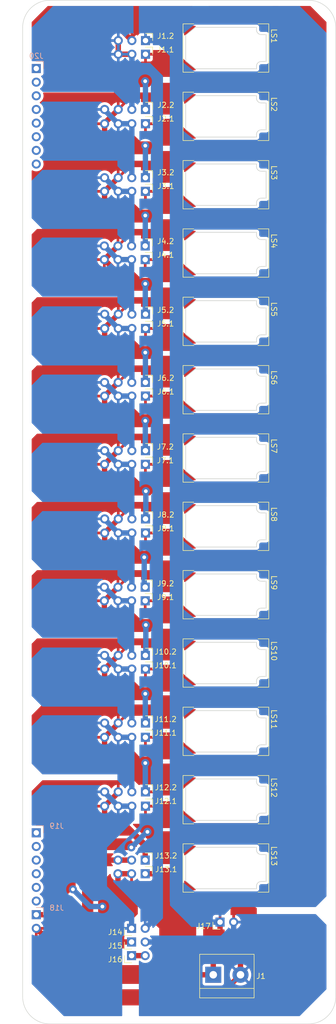
<source format=kicad_pcb>
(kicad_pcb (version 20211014) (generator pcbnew)
  (layers (0 "F.Cu" signal) (31 "B.Cu" signal) (34 "B.Paste" user) (35 "F.Paste" user) (36 "B.SilkS" user "B.Silkscreen") (37 "F.SilkS" user "F.Silkscreen") (38 "B.Mask" user) (39 "F.Mask" user) (44 "Edge.Cuts" user))
  (net 0 "")
  (net 1 "VinP_B1")
  (net 2 "VinN")
  (net 3 "A1_B2")
  (net 4 "E_LS1")
  (net 5 "A2_B3")
  (net 6 "E_LS2")
  (net 7 "A3_B4")
  (net 8 "E_LS3")
  (net 9 "A4_B5")
  (net 10 "E_LS4")
  (net 11 "A5_B6")
  (net 12 "E_LS5")
  (net 13 "A6_B7")
  (net 14 "E_LS6")
  (net 15 "A7_B8")
  (net 16 "E_LS7")
  (net 17 "A8_B9")
  (net 18 "E_LS8")
  (net 19 "A9_B10")
  (net 20 "E_LS9")
  (net 21 "A10_B11")
  (net 22 "E_LS10")
  (net 23 "A11_B12")
  (net 24 "E_LS11")
  (net 25 "E_LS12")
  (net 26 "A13")
  (net 27 "E_LS13")
  (net 28 "C1_D2")
  (net 29 "C2_D3")
  (net 30 "C3_D4")
  (net 31 "C4_D5")
  (net 32 "C5_D6")
  (net 33 "C6_D7")
  (net 34 "C7_D8")
  (net 35 "C8_D9")
  (net 36 "C9_D10")
  (net 37 "C10_D11")
  (net 38 "C11_D12")
  (net 39 "C12_D13")
  (net 40 "A12_B13")
  (net 41 "C13")
  (net 42 "Serial_Line")
  (footprint "EINGINE_Parts:PinHeader_1x03_P2.54mm_Vertical_NoCourtyard" (layer "F.Cu") (at 297.18 190.5 -90)
    (fp_text reference "J13.1")
    (fp_text value "Conn_01x03_Male")
  )
  (footprint "EINGINE_Parts:Transducer_OWS_081528TA_2" (layer "F.Cu") (at 312.24 176.713326)
    (fp_text reference "LS12")
    (fp_text value "Speaker_Ultrasound")
    (fp_line (start 7.5 -2.5) (end 7.5 2.5) (layer "Edge.Cuts") (width 0.12))
    (fp_line (start 7.5 -2.5) (end 6.6 -2.5) (layer "Edge.Cuts") (width 0.12))
    (fp_line (start -5.7 -3.85) (end -7.5 -2.4) (layer "Edge.Cuts") (width 0.12))
    (fp_line (start -7.5 -2.4) (end -7.5 2.4) (layer "Edge.Cuts") (width 0.12))
    (fp_line (start -5.7 3.85) (end -7.5 2.4) (layer "Edge.Cuts") (width 0.12))
    (fp_line (start 5.7 3.85) (end -5.7 3.85) (layer "Edge.Cuts") (width 0.12))
    (fp_line (start 7.5 2.5) (end 6.6 2.5) (layer "Edge.Cuts") (width 0.12))
    (fp_line (start 5.7 -3.4) (end 5.7 -3.85) (layer "Edge.Cuts") (width 0.12))
    (fp_line (start 5.7 3.85) (end 5.7 3.4) (layer "Edge.Cuts") (width 0.12))
    (fp_line (start 5.7 -3.85) (end -5.7 -3.85) (layer "Edge.Cuts") (width 0.12))
    (fp_arc (start 5.7 3.4) (mid 5.963604 2.763604) (end 6.6 2.5) (layer "Edge.Cuts") (width 0.12))
    (fp_arc (start 6.6 -2.5) (mid 5.963604 -2.763604) (end 5.7 -3.4) (layer "Edge.Cuts") (width 0.12))
  )
  (footprint "EINGINE_Parts:PinHeader_1x04_P2.54mm_Vertical_NoCourtyard" (layer "F.Cu") (at 297.24 124.46 -90)
    (fp_text reference "J8.2")
    (fp_text value "Conn_01x04_Male")
  )
  (footprint "EINGINE_Parts:Transducer_OWS_081528TA_2" (layer "F.Cu") (at 312.24 189.43)
    (fp_text reference "LS13")
    (fp_text value "Speaker_Ultrasound")
    (fp_line (start -5.7 3.85) (end -7.5 2.4) (layer "Edge.Cuts") (width 0.12))
    (fp_line (start 7.5 -2.5) (end 6.6 -2.5) (layer "Edge.Cuts") (width 0.12))
    (fp_line (start 5.7 -3.4) (end 5.7 -3.85) (layer "Edge.Cuts") (width 0.12))
    (fp_line (start 5.7 3.85) (end -5.7 3.85) (layer "Edge.Cuts") (width 0.12))
    (fp_line (start 7.5 2.5) (end 6.6 2.5) (layer "Edge.Cuts") (width 0.12))
    (fp_line (start -7.5 -2.4) (end -7.5 2.4) (layer "Edge.Cuts") (width 0.12))
    (fp_line (start 5.7 3.85) (end 5.7 3.4) (layer "Edge.Cuts") (width 0.12))
    (fp_line (start -5.7 -3.85) (end -7.5 -2.4) (layer "Edge.Cuts") (width 0.12))
    (fp_line (start 5.7 -3.85) (end -5.7 -3.85) (layer "Edge.Cuts") (width 0.12))
    (fp_line (start 7.5 -2.5) (end 7.5 2.5) (layer "Edge.Cuts") (width 0.12))
    (fp_arc (start 6.6 -2.5) (mid 5.963604 -2.763604) (end 5.7 -3.4) (layer "Edge.Cuts") (width 0.12))
    (fp_arc (start 5.7 3.4) (mid 5.963604 2.763604) (end 6.6 2.5) (layer "Edge.Cuts") (width 0.12))
  )
  (footprint "EINGINE_Parts:Transducer_OWS_081528TA_2" (layer "F.Cu") (at 312.24 163.99666)
    (fp_text reference "LS11")
    (fp_text value "Speaker_Ultrasound")
    (fp_line (start 5.7 -3.4) (end 5.7 -3.85) (layer "Edge.Cuts") (width 0.12))
    (fp_line (start 5.7 3.85) (end 5.7 3.4) (layer "Edge.Cuts") (width 0.12))
    (fp_line (start -5.7 -3.85) (end -7.5 -2.4) (layer "Edge.Cuts") (width 0.12))
    (fp_line (start 7.5 -2.5) (end 7.5 2.5) (layer "Edge.Cuts") (width 0.12))
    (fp_line (start 7.5 2.5) (end 6.6 2.5) (layer "Edge.Cuts") (width 0.12))
    (fp_line (start 5.7 -3.85) (end -5.7 -3.85) (layer "Edge.Cuts") (width 0.12))
    (fp_line (start -7.5 -2.4) (end -7.5 2.4) (layer "Edge.Cuts") (width 0.12))
    (fp_line (start -5.7 3.85) (end -7.5 2.4) (layer "Edge.Cuts") (width 0.12))
    (fp_line (start 7.5 -2.5) (end 6.6 -2.5) (layer "Edge.Cuts") (width 0.12))
    (fp_line (start 5.7 3.85) (end -5.7 3.85) (layer "Edge.Cuts") (width 0.12))
    (fp_arc (start 5.7 3.4) (mid 5.963604 2.763604) (end 6.6 2.5) (layer "Edge.Cuts") (width 0.12))
    (fp_arc (start 6.6 -2.5) (mid 5.963604 -2.763604) (end 5.7 -3.4) (layer "Edge.Cuts") (width 0.12))
  )
  (footprint "EINGINE_Parts:PinHeader_1x04_P2.54mm_Vertical_NoCourtyard" (layer "F.Cu") (at 297.24 86.36 -90)
    (fp_text reference "J5.2")
    (fp_text value "Conn_01x04_Male")
  )
  (footprint "EINGINE_Parts:PinHeader_1x04_P2.54mm_Vertical_NoCourtyard" (layer "F.Cu") (at 297.24 89.02 -90)
    (fp_text reference "J5.1")
    (fp_text value "Conn_01x04_Male")
  )
  (footprint "EINGINE_Parts:Transducer_OWS_081528TA_2" (layer "F.Cu") (at 312.24 151.279994)
    (fp_text reference "LS10")
    (fp_text value "Speaker_Ultrasound")
    (fp_line (start -5.7 -3.85) (end -7.5 -2.4) (layer "Edge.Cuts") (width 0.12))
    (fp_line (start 7.5 -2.5) (end 7.5 2.5) (layer "Edge.Cuts") (width 0.12))
    (fp_line (start 7.5 2.5) (end 6.6 2.5) (layer "Edge.Cuts") (width 0.12))
    (fp_line (start 5.7 -3.85) (end -5.7 -3.85) (layer "Edge.Cuts") (width 0.12))
    (fp_line (start 5.7 3.85) (end 5.7 3.4) (layer "Edge.Cuts") (width 0.12))
    (fp_line (start 5.7 3.85) (end -5.7 3.85) (layer "Edge.Cuts") (width 0.12))
    (fp_line (start -5.7 3.85) (end -7.5 2.4) (layer "Edge.Cuts") (width 0.12))
    (fp_line (start 5.7 -3.4) (end 5.7 -3.85) (layer "Edge.Cuts") (width 0.12))
    (fp_line (start 7.5 -2.5) (end 6.6 -2.5) (layer "Edge.Cuts") (width 0.12))
    (fp_line (start -7.5 -2.4) (end -7.5 2.4) (layer "Edge.Cuts") (width 0.12))
    (fp_arc (start 5.7 3.4) (mid 5.963604 2.763604) (end 6.6 2.5) (layer "Edge.Cuts") (width 0.12))
    (fp_arc (start 6.6 -2.5) (mid 5.963604 -2.763604) (end 5.7 -3.4) (layer "Edge.Cuts") (width 0.12))
  )
  (footprint "EINGINE_Parts:Transducer_OWS_081528TA_2" (layer "F.Cu") (at 312.24 62.263332)
    (fp_text reference "LS3")
    (fp_text value "Speaker_Ultrasound")
    (fp_line (start 7.5 2.5) (end 6.6 2.5) (layer "Edge.Cuts") (width 0.12))
    (fp_line (start -5.7 3.85) (end -7.5 2.4) (layer "Edge.Cuts") (width 0.12))
    (fp_line (start 7.5 -2.5) (end 7.5 2.5) (layer "Edge.Cuts") (width 0.12))
    (fp_line (start -7.5 -2.4) (end -7.5 2.4) (layer "Edge.Cuts") (width 0.12))
    (fp_line (start 5.7 -3.4) (end 5.7 -3.85) (layer "Edge.Cuts") (width 0.12))
    (fp_line (start 5.7 3.85) (end 5.7 3.4) (layer "Edge.Cuts") (width 0.12))
    (fp_line (start 5.7 -3.85) (end -5.7 -3.85) (layer "Edge.Cuts") (width 0.12))
    (fp_line (start -5.7 -3.85) (end -7.5 -2.4) (layer "Edge.Cuts") (width 0.12))
    (fp_line (start 7.5 -2.5) (end 6.6 -2.5) (layer "Edge.Cuts") (width 0.12))
    (fp_line (start 5.7 3.85) (end -5.7 3.85) (layer "Edge.Cuts") (width 0.12))
    (fp_arc (start 6.6 -2.5) (mid 5.963604 -2.763604) (end 5.7 -3.4) (layer "Edge.Cuts") (width 0.12))
    (fp_arc (start 5.7 3.4) (mid 5.963604 2.763604) (end 6.6 2.5) (layer "Edge.Cuts") (width 0.12))
  )
  (footprint "EINGINE_Parts:PinHeader_1x04_P2.54mm_Vertical_NoCourtyard" (layer "F.Cu") (at 297.23 101.6 -90)
    (fp_text reference "J6.1")
    (fp_text value "Conn_01x04_Male")
  )
  (footprint "EINGINE_Parts:PinHeader_1x04_P2.54mm_Vertical_NoCourtyard" (layer "F.Cu") (at 297.23 50.92 -90)
    (fp_text reference "J2.1")
    (fp_text value "Conn_01x04_Male")
  )
  (footprint "EINGINE_Parts:Transducer_OWS_081528TA_2" (layer "F.Cu") (at 312.24 74.979998)
    (fp_text reference "LS4")
    (fp_text value "Speaker_Ultrasound")
    (fp_line (start -7.5 -2.4) (end -7.5 2.4) (layer "Edge.Cuts") (width 0.12))
    (fp_line (start 5.7 3.85) (end 5.7 3.4) (layer "Edge.Cuts") (width 0.12))
    (fp_line (start 5.7 -3.85) (end -5.7 -3.85) (layer "Edge.Cuts") (width 0.12))
    (fp_line (start -5.7 3.85) (end -7.5 2.4) (layer "Edge.Cuts") (width 0.12))
    (fp_line (start 7.5 -2.5) (end 6.6 -2.5) (layer "Edge.Cuts") (width 0.12))
    (fp_line (start 5.7 3.85) (end -5.7 3.85) (layer "Edge.Cuts") (width 0.12))
    (fp_line (start 7.5 -2.5) (end 7.5 2.5) (layer "Edge.Cuts") (width 0.12))
    (fp_line (start 7.5 2.5) (end 6.6 2.5) (layer "Edge.Cuts") (width 0.12))
    (fp_line (start 5.7 -3.4) (end 5.7 -3.85) (layer "Edge.Cuts") (width 0.12))
    (fp_line (start -5.7 -3.85) (end -7.5 -2.4) (layer "Edge.Cuts") (width 0.12))
    (fp_arc (start 5.7 3.4) (mid 5.963604 2.763604) (end 6.6 2.5) (layer "Edge.Cuts") (width 0.12))
    (fp_arc (start 6.6 -2.5) (mid 5.963604 -2.763604) (end 5.7 -3.4) (layer "Edge.Cuts") (width 0.12))
  )
  (footprint "EINGINE_Parts:PinHeader_1x04_P2.54mm_Vertical_NoCourtyard" (layer "F.Cu") (at 297.23 162.44 -90)
    (fp_text reference "J11.2")
    (fp_text value "Conn_01x04_Male")
  )
  (footprint "EINGINE_Parts:PinHeader_1x04_P2.54mm_Vertical_NoCourtyard" (layer "F.Cu") (at 297.23 152.4 -90)
    (fp_text reference "J10.1")
    (fp_text value "Conn_01x04_Male")
  )
  (footprint "EINGINE_Parts:PinHeader_1x04_P2.54mm_Vertical_NoCourtyard" (layer "F.Cu") (at 297.18 139.7 -90)
    (fp_text reference "J9.1")
    (fp_text value "Conn_01x04_Male")
  )
  (footprint "EINGINE_Parts:PinHeader_1x03_P2.54mm_Vertical_NoCourtyard" (layer "F.Cu") (at 297.24 35.44 -90)
    (fp_text reference "J1.2")
    (fp_text value "Conn_01x03_Male")
  )
  (footprint "EINGINE_Parts:Transducer_OWS_081528TA_2" (layer "F.Cu") (at 312.24 36.83)
    (fp_text reference "LS1")
    (fp_text value "Speaker_Ultrasound")
    (fp_line (start -5.7 -3.85) (end -7.5 -2.4) (layer "Edge.Cuts") (width 0.12))
    (fp_line (start 5.7 3.85) (end -5.7 3.85) (layer "Edge.Cuts") (width 0.12))
    (fp_line (start -5.7 3.85) (end -7.5 2.4) (layer "Edge.Cuts") (width 0.12))
    (fp_line (start 5.7 -3.4) (end 5.7 -3.85) (layer "Edge.Cuts") (width 0.12))
    (fp_line (start 7.5 2.5) (end 6.6 2.5) (layer "Edge.Cuts") (width 0.12))
    (fp_line (start -7.5 -2.4) (end -7.5 2.4) (layer "Edge.Cuts") (width 0.12))
    (fp_line (start 5.7 3.85) (end 5.7 3.4) (layer "Edge.Cuts") (width 0.12))
    (fp_line (start 7.5 -2.5) (end 7.5 2.5) (layer "Edge.Cuts") (width 0.12))
    (fp_line (start 5.7 -3.85) (end -5.7 -3.85) (layer "Edge.Cuts") (width 0.12))
    (fp_line (start 7.5 -2.5) (end 6.6 -2.5) (layer "Edge.Cuts") (width 0.12))
    (fp_arc (start 5.7 3.4) (mid 5.963604 2.763604) (end 6.6 2.5) (layer "Edge.Cuts") (width 0.12))
    (fp_arc (start 6.6 -2.5) (mid 5.963604 -2.763604) (end 5.7 -3.4) (layer "Edge.Cuts") (width 0.12))
  )
  (footprint "EINGINE_Parts:PinHeader_1x04_P2.54mm_Vertical_NoCourtyard" (layer "F.Cu") (at 297.22 60.96 -90)
    (fp_text reference "J3.2")
    (fp_text value "Conn_01x04_Male")
  )
  (footprint "EINGINE_Parts:Transducer_OWS_081528TA_2" (layer "F.Cu") (at 312.24 125.846662)
    (fp_text reference "LS8")
    (fp_text value "Speaker_Ultrasound")
    (fp_line (start -5.7 3.85) (end -7.5 2.4) (layer "Edge.Cuts") (width 0.12))
    (fp_line (start 5.7 3.85) (end -5.7 3.85) (layer "Edge.Cuts") (width 0.12))
    (fp_line (start 7.5 -2.5) (end 7.5 2.5) (layer "Edge.Cuts") (width 0.12))
    (fp_line (start 7.5 -2.5) (end 6.6 -2.5) (layer "Edge.Cuts") (width 0.12))
    (fp_line (start 5.7 3.85) (end 5.7 3.4) (layer "Edge.Cuts") (width 0.12))
    (fp_line (start -5.7 -3.85) (end -7.5 -2.4) (layer "Edge.Cuts") (width 0.12))
    (fp_line (start -7.5 -2.4) (end -7.5 2.4) (layer "Edge.Cuts") (width 0.12))
    (fp_line (start 5.7 -3.4) (end 5.7 -3.85) (layer "Edge.Cuts") (width 0.12))
    (fp_line (start 7.5 2.5) (end 6.6 2.5) (layer "Edge.Cuts") (width 0.12))
    (fp_line (start 5.7 -3.85) (end -5.7 -3.85) (layer "Edge.Cuts") (width 0.12))
    (fp_arc (start 5.7 3.4) (mid 5.963604 2.763604) (end 6.6 2.5) (layer "Edge.Cuts") (width 0.12))
    (fp_arc (start 6.6 -2.5) (mid 5.963604 -2.763604) (end 5.7 -3.4) (layer "Edge.Cuts") (width 0.12))
  )
  (footprint "EINGINE_Parts:PinHeader_1x02_P2.54mm_Vertical_NoCourtyard" (layer "F.Cu") (at 294.64 203.2 90)
    (fp_text reference "J15")
    (fp_text value "Conn_01x02_Male")
  )
  (footprint "EINGINE_Parts:PinHeader_1x04_P2.54mm_Vertical_NoCourtyard" (layer "F.Cu") (at 297.22 99.06 -90)
    (fp_text reference "J6.2")
    (fp_text value "Conn_01x04_Male")
  )
  (footprint "EINGINE_Parts:PinHeader_1x03_P2.54mm_Vertical_NoCourtyard" (layer "F.Cu") (at 297.24 37.98 -90)
    (fp_text reference "J1.1")
    (fp_text value "Conn_01x03_Male")
  )
  (footprint "EINGINE_Parts:PinHeader_1x04_P2.54mm_Vertical_NoCourtyard" (layer "F.Cu") (at 297.18 137.16 -90)
    (fp_text reference "J9.2")
    (fp_text value "Conn_01x04_Male")
  )
  (footprint "EINGINE_Parts:PinHeader_1x04_P2.54mm_Vertical_NoCourtyard" (layer "F.Cu") (at 297.22 114.3 -90)
    (fp_text reference "J7.1")
    (fp_text value "Conn_01x04_Male")
  )
  (footprint "EINGINE_Parts:PinHeader_1x04_P2.54mm_Vertical_NoCourtyard" (layer "F.Cu") (at 297.18 76.2 -90)
    (fp_text reference "J4.1")
    (fp_text value "Conn_01x04_Male")
  )
  (footprint "EINGINE_Parts:PinHeader_1x04_P2.54mm_Vertical_NoCourtyard" (layer "F.Cu") (at 297.18 73.66 -90)
    (fp_text reference "J4.2")
    (fp_text value "Conn_01x04_Male")
  )
  (footprint "EINGINE_Parts:PinHeader_1x04_P2.54mm_Vertical_NoCourtyard" (layer "F.Cu") (at 297.22 165.1 -90)
    (fp_text reference "J11.1")
    (fp_text value "Conn_01x04_Male")
  )
  (footprint "EINGINE_Parts:PinHeader_1x04_P2.54mm_Vertical_NoCourtyard" (layer "F.Cu") (at 297.23 177.92 -90)
    (fp_text reference "J12.1")
    (fp_text value "Conn_01x04_Male")
  )
  (footprint "EINGINE_Parts:PinHeader_1x04_P2.54mm_Vertical_NoCourtyard" (layer "F.Cu") (at 297.22 63.5 -90)
    (fp_text reference "J3.1")
    (fp_text value "Conn_01x04_Male")
  )
  (footprint "EINGINE_Parts:Transducer_OWS_081528TA_2" (layer "F.Cu") (at 312.24 100.41333)
    (fp_text reference "LS6")
    (fp_text value "Speaker_Ultrasound")
    (fp_line (start -7.5 -2.4) (end -7.5 2.4) (layer "Edge.Cuts") (width 0.12))
    (fp_line (start 5.7 3.85) (end -5.7 3.85) (layer "Edge.Cuts") (width 0.12))
    (fp_line (start -5.7 3.85) (end -7.5 2.4) (layer "Edge.Cuts") (width 0.12))
    (fp_line (start 5.7 3.85) (end 5.7 3.4) (layer "Edge.Cuts") (width 0.12))
    (fp_line (start 7.5 -2.5) (end 7.5 2.5) (layer "Edge.Cuts") (width 0.12))
    (fp_line (start 5.7 -3.85) (end -5.7 -3.85) (layer "Edge.Cuts") (width 0.12))
    (fp_line (start 7.5 -2.5) (end 6.6 -2.5) (layer "Edge.Cuts") (width 0.12))
    (fp_line (start 7.5 2.5) (end 6.6 2.5) (layer "Edge.Cuts") (width 0.12))
    (fp_line (start -5.7 -3.85) (end -7.5 -2.4) (layer "Edge.Cuts") (width 0.12))
    (fp_line (start 5.7 -3.4) (end 5.7 -3.85) (layer "Edge.Cuts") (width 0.12))
    (fp_arc (start 6.6 -2.5) (mid 5.963604 -2.763604) (end 5.7 -3.4) (layer "Edge.Cuts") (width 0.12))
    (fp_arc (start 5.7 3.4) (mid 5.963604 2.763604) (end 6.6 2.5) (layer "Edge.Cuts") (width 0.12))
  )
  (footprint "EINGINE_Parts:Transducer_OWS_081528TA_2" (layer "F.Cu") (at 312.24 49.546666)
    (fp_text reference "LS2")
    (fp_text value "Speaker_Ultrasound")
    (fp_line (start 5.7 -3.4) (end 5.7 -3.85) (layer "Edge.Cuts") (width 0.12))
    (fp_line (start 5.7 3.85) (end 5.7 3.4) (layer "Edge.Cuts") (width 0.12))
    (fp_line (start 7.5 -2.5) (end 6.6 -2.5) (layer "Edge.Cuts") (width 0.12))
    (fp_line (start 7.5 2.5) (end 6.6 2.5) (layer "Edge.Cuts") (width 0.12))
    (fp_line (start 5.7 3.85) (end -5.7 3.85) (layer "Edge.Cuts") (width 0.12))
    (fp_line (start -5.7 3.85) (end -7.5 2.4) (layer "Edge.Cuts") (width 0.12))
    (fp_line (start -5.7 -3.85) (end -7.5 -2.4) (layer "Edge.Cuts") (width 0.12))
    (fp_line (start 7.5 -2.5) (end 7.5 2.5) (layer "Edge.Cuts") (width 0.12))
    (fp_line (start 5.7 -3.85) (end -5.7 -3.85) (layer "Edge.Cuts") (width 0.12))
    (fp_line (start -7.5 -2.4) (end -7.5 2.4) (layer "Edge.Cuts") (width 0.12))
    (fp_arc (start 5.7 3.4) (mid 5.963604 2.763604) (end 6.6 2.5) (layer "Edge.Cuts") (width 0.12))
    (fp_arc (start 6.6 -2.5) (mid 5.963604 -2.763604) (end 5.7 -3.4) (layer "Edge.Cuts") (width 0.12))
  )
  (footprint "EINGINE_Parts:PinHeader_1x04_P2.54mm_Vertical_NoCourtyard" (layer "F.Cu") (at 297.23 48.26 -90)
    (fp_text reference "J2.2")
    (fp_text value "Conn_01x04_Male")
  )
  (footprint "EINGINE_Parts:PinHeader_1x04_P2.54mm_Vertical_NoCourtyard" (layer "F.Cu") (at 297.23 175.26 -90)
    (fp_text reference "J12.2")
    (fp_text value "Conn_01x04_Male")
  )
  (footprint "EINGINE_Parts:Transducer_OWS_081528TA_2" (layer "F.Cu") (at 312.24 87.696664)
    (fp_text reference "LS5")
    (fp_text value "Speaker_Ultrasound")
    (fp_line (start 5.7 -3.85) (end -5.7 -3.85) (layer "Edge.Cuts") (width 0.12))
    (fp_line (start -5.7 -3.85) (end -7.5 -2.4) (layer "Edge.Cuts") (width 0.12))
    (fp_line (start 7.5 2.5) (end 6.6 2.5) (layer "Edge.Cuts") (width 0.12))
    (fp_line (start -5.7 3.85) (end -7.5 2.4) (layer "Edge.Cuts") (width 0.12))
    (fp_line (start 7.5 -2.5) (end 7.5 2.5) (layer "Edge.Cuts") (width 0.12))
    (fp_line (start 5.7 3.85) (end 5.7 3.4) (layer "Edge.Cuts") (width 0.12))
    (fp_line (start 5.7 -3.4) (end 5.7 -3.85) (layer "Edge.Cuts") (width 0.12))
    (fp_line (start 7.5 -2.5) (end 6.6 -2.5) (layer "Edge.Cuts") (width 0.12))
    (fp_line (start 5.7 3.85) (end -5.7 3.85) (layer "Edge.Cuts") (width 0.12))
    (fp_line (start -7.5 -2.4) (end -7.5 2.4) (layer "Edge.Cuts") (width 0.12))
    (fp_arc (start 6.6 -2.5) (mid 5.963604 -2.763604) (end 5.7 -3.4) (layer "Edge.Cuts") (width 0.12))
    (fp_arc (start 5.7 3.4) (mid 5.963604 2.763604) (end 6.6 2.5) (layer "Edge.Cuts") (width 0.12))
  )
  (footprint "EINGINE_Parts:PinHeader_1x02_P2.54mm_Vertical_NoCourtyard" (layer "F.Cu") (at 294.64 205.74 90)
    (fp_text reference "J16")
    (fp_text value "Conn_01x02_Male")
  )
  (footprint "EINGINE_Parts:PinHeader_1x04_P2.54mm_Vertical_NoCourtyard" (layer "F.Cu") (at 297.24 127.08 -90)
    (fp_text reference "J8.1")
    (fp_text value "Conn_01x04_Male")
  )
  (footprint "EINGINE_Parts:Transducer_OWS_081528TA_2" (layer "F.Cu") (at 312.24 138.563328)
    (fp_text reference "LS9")
    (fp_text value "Speaker_Ultrasound")
    (fp_line (start 7.5 -2.5) (end 6.6 -2.5) (layer "Edge.Cuts") (width 0.12))
    (fp_line (start 5.7 -3.4) (end 5.7 -3.85) (layer "Edge.Cuts") (width 0.12))
    (fp_line (start 7.5 2.5) (end 6.6 2.5) (layer "Edge.Cuts") (width 0.12))
    (fp_line (start -5.7 -3.85) (end -7.5 -2.4) (layer "Edge.Cuts") (width 0.12))
    (fp_line (start 5.7 3.85) (end 5.7 3.4) (layer "Edge.Cuts") (width 0.12))
    (fp_line (start 5.7 -3.85) (end -5.7 -3.85) (layer "Edge.Cuts") (width 0.12))
    (fp_line (start 7.5 -2.5) (end 7.5 2.5) (layer "Edge.Cuts") (width 0.12))
    (fp_line (start 5.7 3.85) (end -5.7 3.85) (layer "Edge.Cuts") (width 0.12))
    (fp_line (start -7.5 -2.4) (end -7.5 2.4) (layer "Edge.Cuts") (width 0.12))
    (fp_line (start -5.7 3.85) (end -7.5 2.4) (layer "Edge.Cuts") (width 0.12))
    (fp_arc (start 6.6 -2.5) (mid 5.963604 -2.763604) (end 5.7 -3.4) (layer "Edge.Cuts") (width 0.12))
    (fp_arc (start 5.7 3.4) (mid 5.963604 2.763604) (end 6.6 2.5) (layer "Edge.Cuts") (width 0.12))
  )
  (footprint "EINGINE_Parts:PinHeader_1x02_P2.54mm_Vertical_NoCourtyard" (layer "F.Cu") (at 311.145 199.5 90)
    (fp_text reference "J17")
    (fp_text value "Conn_01x02_Male")
  )
  (footprint "EINGINE_Parts:Transducer_OWS_081528TA_2" (layer "F.Cu") (at 312.24 113.129996)
    (fp_text reference "LS7")
    (fp_text value "Speaker_Ultrasound")
    (fp_line (start -7.5 -2.4) (end -7.5 2.4) (layer "Edge.Cuts") (width 0.12))
    (fp_line (start 7.5 -2.5) (end 7.5 2.5) (layer "Edge.Cuts") (width 0.12))
    (fp_line (start 5.7 -3.4) (end 5.7 -3.85) (layer "Edge.Cuts") (width 0.12))
    (fp_line (start -5.7 -3.85) (end -7.5 -2.4) (layer "Edge.Cuts") (width 0.12))
    (fp_line (start 7.5 -2.5) (end 6.6 -2.5) (layer "Edge.Cuts") (width 0.12))
    (fp_line (start 5.7 3.85) (end 5.7 3.4) (layer "Edge.Cuts") (width 0.12))
    (fp_line (start -5.7 3.85) (end -7.5 2.4) (layer "Edge.Cuts") (width 0.12))
    (fp_line (start 5.7 3.85) (end -5.7 3.85) (layer "Edge.Cuts") (width 0.12))
    (fp_line (start 7.5 2.5) (end 6.6 2.5) (layer "Edge.Cuts") (width 0.12))
    (fp_line (start 5.7 -3.85) (end -5.7 -3.85) (layer "Edge.Cuts") (width 0.12))
    (fp_arc (start 5.7 3.4) (mid 5.963604 2.763604) (end 6.6 2.5) (layer "Edge.Cuts") (width 0.12))
    (fp_arc (start 6.6 -2.5) (mid 5.963604 -2.763604) (end 5.7 -3.4) (layer "Edge.Cuts") (width 0.12))
  )
  (footprint "EINGINE_Parts:PinHeader_1x03_P2.54mm_Vertical_NoCourtyard" (layer "F.Cu") (at 297.18 187.96 -90)
    (fp_text reference "J13.2")
    (fp_text value "Conn_01x03_Male")
  )
  (footprint "EINGINE_Parts:TerminalBlock_2Port_P5.08mm_Weidmuller" (layer "F.Cu") (at 309.88 209.3)
    (fp_text reference "J1")
    (fp_text value "Screw_Terminal_01x02")
  )
  (footprint "EINGINE_Parts:PinHeader_1x02_P2.54mm_Vertical_NoCourtyard" (layer "F.Cu") (at 294.64 200.66 90)
    (fp_text reference "J14")
    (fp_text value "Conn_01x02_Male")
  )
  (footprint "EINGINE_Parts:PinHeader_1x04_P2.54mm_Vertical_NoCourtyard" (layer "F.Cu") (at 297.22 149.86 -90)
    (fp_text reference "J10.2")
    (fp_text value "Conn_01x04_Male")
  )
  (footprint "EINGINE_Parts:PinHeader_1x04_P2.54mm_Vertical_NoCourtyard" (layer "F.Cu") (at 297.23 111.76 -90)
    (fp_text reference "J7.2")
    (fp_text value "Conn_01x04_Male")
  )
  (footprint "EINGINE_Parts:PinHeader_1x08_P2.54mm_Vertical_NoCourtyard" (layer "B.Cu") (at 276.86 40.64 180)
    (fp_text reference "J20")
    (fp_text value "Conn_01x08_Male")
  )
  (footprint "EINGINE_Parts:PinHeader_1x02_P2.54mm_Vertical_NoCourtyard" (layer "B.Cu") (at 276.86 198.12 180)
    (fp_text reference "J18")
    (fp_text value "Conn_01x02_Male")
  )
  (footprint "EINGINE_Parts:PinHeader_1x06_P2.54mm_Vertical_NoCourtyard" (layer "B.Cu") (at 276.86 182.88 180)
    (fp_text reference "J19")
    (fp_text value "Conn_01x06_Male")
  )
  (gr_arc (start 274.32 33.02) (mid 275.807898 29.427898) (end 279.4 27.94) (layer "Edge.Cuts") (width 0.1))
  (gr_arc (start 332.74 213.36) (mid 331.252102 216.952102) (end 327.66 218.44) (layer "Edge.Cuts") (width 0.1))
  (gr_arc (start 327.66 27.94) (mid 331.252102 29.427898) (end 332.74 33.02) (layer "Edge.Cuts") (width 0.1))
  (gr_line (start 327.66 27.94) (end 279.4 27.94) (layer "Edge.Cuts") (width 0.1))
  (gr_line (start 274.32 33.02) (end 274.32 213.36) (layer "Edge.Cuts") (width 0.1))
  (gr_line (start 279.4 218.44) (end 327.66 218.44) (layer "Edge.Cuts") (width 0.1))
  (gr_line (start 332.74 213.36) (end 332.74 33.02) (layer "Edge.Cuts") (width 0.1))
  (gr_arc (start 279.4 218.44) (mid 275.807898 216.952102) (end 274.32 213.36) (layer "Edge.Cuts") (width 0.1))
  (segment (start 279.4 198.12) (end 276.86 198.12) (width 1) (layer "F.Cu") (net 1))
  (segment (start 290.58 209.3) (end 279.4 198.12) (width 1) (layer "F.Cu") (net 1))
  (segment (start 311.145 204.475) (end 309.88 205.74) (width 1) (layer "F.Cu") (net 1))
  (segment (start 309.88 209.3) (end 290.58 209.3) (width 1) (layer "F.Cu") (net 1))
  (segment (start 309.88 205.74) (end 309.88 209.3) (width 1) (layer "F.Cu") (net 1))
  (segment (start 311.145 199.5) (end 311.145 204.475) (width 1) (layer "F.Cu") (net 1))
  (segment (start 302.26 38.1) (end 299.6 35.44) (width 1) (layer "B.Cu") (net 1))
  (segment (start 306.18 199.5) (end 302.26 195.58) (width 1) (layer "B.Cu") (net 1))
  (segment (start 311.145 199.5) (end 306.18 199.5) (width 1) (layer "B.Cu") (net 1))
  (segment (start 302.26 195.58) (end 302.26 38.1) (width 1) (layer "B.Cu") (net 1))
  (segment (start 299.6 35.44) (end 297.24 35.44) (width 1) (layer "B.Cu") (net 1))
  (segment (start 310.9 213.36) (end 304.8 213.36) (width 1) (layer "F.Cu") (net 2))
  (segment (start 289.56 213.36) (end 276.86 200.66) (width 1) (layer "F.Cu") (net 2))
  (segment (start 313.685 204.465) (end 314.96 205.74) (width 1) (layer "F.Cu") (net 2))
  (segment (start 314.96 205.74) (end 314.96 209.3) (width 1) (layer "F.Cu") (net 2))
  (segment (start 304.8 213.36) (end 289.56 213.36) (width 1) (layer "F.Cu") (net 2))
  (segment (start 313.685 199.5) (end 313.685 204.465) (width 1) (layer "F.Cu") (net 2))
  (segment (start 314.96 209.3) (end 310.9 213.36) (width 1) (layer "F.Cu") (net 2))
  (segment (start 313.685 201.415) (end 313.685 199.5) (width 1) (layer "B.Cu") (net 2))
  (segment (start 311.9 203.2) (end 313.685 201.415) (width 1) (layer "B.Cu") (net 2))
  (segment (start 297.18 203.2) (end 311.9 203.2) (width 1) (layer "B.Cu") (net 2))
  (segment (start 294.7 34.835) (end 294.7 35.44) (width 0.5) (layer "F.Cu") (net 3))
  (segment (start 296.255 33.28) (end 294.7 34.835) (width 0.5) (layer "F.Cu") (net 3))
  (segment (start 292.66 33.4) (end 290.7 33.4) (width 1) (layer "F.Cu") (net 3))
  (segment (start 289.5 34.4) (end 289.5 40.2) (width 1) (layer "F.Cu") (net 3))
  (segment (start 290.5 33.4) (end 289.5 34.4) (width 1) (layer "F.Cu") (net 3))
  (segment (start 290.7 33.4) (end 290.5 33.4) (width 0.5) (layer "F.Cu") (net 3))
  (segment (start 305.5 33.28) (end 296.255 33.28) (width 0.5) (layer "F.Cu") (net 3))
  (segment (start 292.5 43) (end 297.2 43) (width 1) (layer "F.Cu") (net 3))
  (segment (start 290 40.7) (end 292.3 43) (width 1) (layer "F.Cu") (net 3))
  (segment (start 294.7 35.44) (end 292.66 33.4) (width 1) (layer "F.Cu") (net 3))
  (segment (start 289.5 40.2) (end 290 40.7) (width 1) (layer "F.Cu") (net 3))
  (via (at 297.18 43) (size 1.5) (drill 0.7) (layers "F.Cu" "B.Cu") (net 3))
  (segment (start 297.18 43) (end 296.9 43) (width 0.5) (layer "B.Cu") (net 3))
  (segment (start 297.23 43.33) (end 297.23 48.26) (width 1) (layer "B.Cu") (net 3))
  (segment (start 296.9 43) (end 297.23 43.33) (width 1) (layer "B.Cu") (net 3))
  (segment (start 305.51 40.38) (end 303.11 37.98) (width 0.5) (layer "F.Cu") (net 4))
  (segment (start 303.11 37.98) (end 297.24 37.98) (width 0.5) (layer "F.Cu") (net 4))
  (segment (start 291.2 54.1) (end 292.1 55) (width 1) (layer "F.Cu") (net 5))
  (segment (start 305.5 45.996666) (end 294.413334 45.996666) (width 0.5) (layer "F.Cu") (net 5))
  (segment (start 292.15 48.26) (end 289.61 50.8) (width 1) (layer "F.Cu") (net 5))
  (segment (start 294.413334 45.996666) (end 292.15 48.26) (width 0.5) (layer "F.Cu") (net 5))
  (segment (start 289.56 50.8) (end 289.56 50.87) (width 0.5) (layer "F.Cu") (net 5))
  (segment (start 292.1 55) (end 297.2 55) (width 1) (layer "F.Cu") (net 5))
  (segment (start 289.61 50.92) (end 289.61 52.51) (width 1) (layer "F.Cu") (net 5))
  (segment (start 289.56 50.87) (end 289.61 50.92) (width 0.5) (layer "F.Cu") (net 5))
  (segment (start 289.61 52.51) (end 291.2 54.1) (width 1) (layer "F.Cu") (net 5))
  (segment (start 289.61 50.8) (end 289.56 50.8) (width 0.5) (layer "F.Cu") (net 5))
  (via (at 297.2 55) (size 1.5) (drill 0.7) (layers "F.Cu" "B.Cu") (net 5))
  (segment (start 297.22 55.02) (end 297.22 60.96) (width 1) (layer "B.Cu") (net 5))
  (segment (start 297.2 55) (end 297.22 55.02) (width 0.5) (layer "B.Cu") (net 5))
  (segment (start 303.333334 50.92) (end 297.23 50.92) (width 0.5) (layer "F.Cu") (net 6))
  (segment (start 305.51 53.096666) (end 303.333334 50.92) (width 0.5) (layer "F.Cu") (net 6))
  (segment (start 289.6 63.5) (end 289.6 65.4) (width 1) (layer "F.Cu") (net 7))
  (segment (start 289.6 65.4) (end 291.7 67.5) (width 1) (layer "F.Cu") (net 7))
  (segment (start 291.7 67.5) (end 292.2 68) (width 1) (layer "F.Cu") (net 7))
  (segment (start 305.5 58.713332) (end 294.386668 58.713332) (width 0.5) (layer "F.Cu") (net 7))
  (segment (start 292.14 60.96) (end 289.6 63.5) (width 1) (layer "F.Cu") (net 7))
  (segment (start 294.386668 58.713332) (end 292.14 60.96) (width 0.5) (layer "F.Cu") (net 7))
  (segment (start 292.2 68) (end 297.2 68) (width 1) (layer "F.Cu") (net 7))
  (via (at 297.2 68) (size 1.5) (drill 0.7) (layers "F.Cu" "B.Cu") (net 7))
  (segment (start 297.2 73.64) (end 297.18 73.66) (width 1) (layer "B.Cu") (net 7))
  (segment (start 297.2 68) (end 297.2 73.64) (width 1) (layer "B.Cu") (net 7))
  (segment (start 305.51 65.813332) (end 303.196668 63.5) (width 0.5) (layer "F.Cu") (net 8))
  (segment (start 303.196668 63.5) (end 297.22 63.5) (width 0.5) (layer "F.Cu") (net 8))
  (segment (start 292.1 73.66) (end 289.56 76.2) (width 1) (layer "F.Cu") (net 9))
  (segment (start 297.2 80.7) (end 294.06 80.7) (width 1) (layer "F.Cu") (net 9))
  (segment (start 305.5 71.429998) (end 294.330002 71.429998) (width 0.5) (layer "F.Cu") (net 9))
  (segment (start 294.06 80.7) (end 289.56 76.2) (width 1) (layer "F.Cu") (net 9))
  (segment (start 294.330002 71.429998) (end 292.1 73.66) (width 0.5) (layer "F.Cu") (net 9))
  (via (at 297.2 80.7) (size 1.5) (drill 0.7) (layers "F.Cu" "B.Cu") (net 9))
  (segment (start 297.2 86.32) (end 297.24 86.36) (width 1) (layer "B.Cu") (net 9))
  (segment (start 297.2 80.7) (end 297.2 86.32) (width 1) (layer "B.Cu") (net 9))
  (segment (start 305.51 78.529998) (end 303.180002 76.2) (width 0.5) (layer "F.Cu") (net 10))
  (segment (start 303.180002 76.2) (end 297.18 76.2) (width 0.5) (layer "F.Cu") (net 10))
  (segment (start 289.62 88.9) (end 289.62 90.92) (width 1) (layer "F.Cu") (net 11))
  (segment (start 291.9 93.2) (end 292 93.3) (width 0.5) (layer "F.Cu") (net 11))
  (segment (start 289.56 88.9) (end 289.56 88.96) (width 0.5) (layer "F.Cu") (net 11))
  (segment (start 289.62 90.92) (end 291.9 93.2) (width 1) (layer "F.Cu") (net 11))
  (segment (start 305.5 84.146664) (end 294.373336 84.146664) (width 0.5) (layer "F.Cu") (net 11))
  (segment (start 297.1 93.6) (end 292.3 93.6) (width 1) (layer "F.Cu") (net 11))
  (segment (start 297.2 93.5) (end 297.1 93.6) (width 1) (layer "F.Cu") (net 11))
  (segment (start 292.16 86.36) (end 289.62 88.9) (width 1) (layer "F.Cu") (net 11))
  (segment (start 289.62 88.9) (end 289.56 88.9) (width 0.5) (layer "F.Cu") (net 11))
  (segment (start 292.3 93.6) (end 292 93.3) (width 1) (layer "F.Cu") (net 11))
  (segment (start 294.373336 84.146664) (end 292.16 86.36) (width 0.5) (layer "F.Cu") (net 11))
  (segment (start 289.56 88.96) (end 289.62 89.02) (width 0.5) (layer "F.Cu") (net 11))
  (via (at 297.2 93.5) (size 1.5) (drill 0.7) (layers "F.Cu" "B.Cu") (net 11))
  (segment (start 297.22 93.32) (end 297.22 99.06) (width 1) (layer "B.Cu") (net 11))
  (segment (start 297.2 93.34) (end 297.22 93.32) (width 0.5) (layer "B.Cu") (net 11))
  (segment (start 297.2 93.5) (end 297.2 93.34) (width 0.5) (layer "B.Cu") (net 11))
  (segment (start 305.51 91.246664) (end 303.283336 89.02) (width 0.5) (layer "F.Cu") (net 12))
  (segment (start 303.283336 89.02) (end 297.24 89.02) (width 0.5) (layer "F.Cu") (net 12))
  (segment (start 291.6 106.2) (end 289.61 104.21) (width 1) (layer "F.Cu") (net 13))
  (segment (start 292.14 99.06) (end 292.14 99.07) (width 0.5) (layer "F.Cu") (net 13))
  (segment (start 289.61 104.21) (end 289.61 101.6) (width 1) (layer "F.Cu") (net 13))
  (segment (start 297.2 106.2) (end 291.6 106.2) (width 1) (layer "F.Cu") (net 13))
  (segment (start 294.33667 96.86333) (end 292.14 99.06) (width 0.5) (layer "F.Cu") (net 13))
  (segment (start 305.5 96.86333) (end 294.33667 96.86333) (width 0.5) (layer "F.Cu") (net 13))
  (segment (start 292.14 99.07) (end 289.61 101.6) (width 1) (layer "F.Cu") (net 13))
  (via (at 297.2 106.2) (size 1.5) (drill 0.7) (layers "F.Cu" "B.Cu") (net 13))
  (segment (start 297.2 106.2) (end 297.2 111.73) (width 1) (layer "B.Cu") (net 13))
  (segment (start 297.2 111.73) (end 297.23 111.76) (width 1) (layer "B.Cu") (net 13))
  (segment (start 305.51 103.96333) (end 303.14667 101.6) (width 0.5) (layer "F.Cu") (net 14))
  (segment (start 303.14667 101.6) (end 297.23 101.6) (width 0.5) (layer "F.Cu") (net 14))
  (segment (start 289.6 117.6) (end 290 118) (width 1) (layer "F.Cu") (net 15))
  (segment (start 290 118) (end 291.3 119.3) (width 1) (layer "F.Cu") (net 15))
  (segment (start 291.2 119.3) (end 297.2 119.3) (width 1) (layer "F.Cu") (net 15))
  (segment (start 294.330004 109.579996) (end 292.15 111.76) (width 0.5) (layer "F.Cu") (net 15))
  (segment (start 292.14 111.76) (end 289.6 114.3) (width 1) (layer "F.Cu") (net 15))
  (segment (start 292.15 111.76) (end 292.14 111.76) (width 0.5) (layer "F.Cu") (net 15))
  (segment (start 289.6 114.3) (end 289.6 117.6) (width 1) (layer "F.Cu") (net 15))
  (segment (start 305.5 109.579996) (end 294.330004 109.579996) (width 0.5) (layer "F.Cu") (net 15))
  (via (at 297.3 119.3) (size 1.5) (drill 0.7) (layers "F.Cu" "B.Cu") (net 15))
  (segment (start 297.3 124.4) (end 297.24 124.46) (width 1) (layer "B.Cu") (net 15))
  (segment (start 297.3 119.3) (end 297.3 124.4) (width 1) (layer "B.Cu") (net 15))
  (segment (start 305.51 116.679996) (end 303.130004 114.3) (width 0.5) (layer "F.Cu") (net 16))
  (segment (start 303.130004 114.3) (end 297.22 114.3) (width 0.5) (layer "F.Cu") (net 16))
  (segment (start 292.16 124.46) (end 292.16 124.54) (width 0.5) (layer "F.Cu") (net 17))
  (segment (start 292.16 124.54) (end 289.62 127.08) (width 1) (layer "F.Cu") (net 17))
  (segment (start 305.5 122.296662) (end 294.323338 122.296662) (width 0.5) (layer "F.Cu") (net 17))
  (segment (start 292.2 131.6) (end 296.8 131.6) (width 1) (layer "F.Cu") (net 17))
  (segment (start 289.62 127.08) (end 289.62 129.02) (width 1) (layer "F.Cu") (net 17))
  (segment (start 289.62 129.02) (end 292.2 131.6) (width 1) (layer "F.Cu") (net 17))
  (segment (start 294.323338 122.296662) (end 292.16 124.46) (width 0.5) (layer "F.Cu") (net 17))
  (via (at 297 131.6) (size 1.5) (drill 0.7) (layers "F.Cu" "B.Cu") (net 17))
  (segment (start 297 131.6) (end 297 136.98) (width 1) (layer "B.Cu") (net 17))
  (segment (start 297 136.98) (end 297.18 137.16) (width 1) (layer "B.Cu") (net 17))
  (segment (start 305.51 129.396662) (end 303.193338 127.08) (width 0.5) (layer "F.Cu") (net 18))
  (segment (start 303.193338 127.08) (end 297.24 127.08) (width 0.5) (layer "F.Cu") (net 18))
  (segment (start 289.56 139.7) (end 289.56 141.76) (width 1) (layer "F.Cu") (net 19))
  (segment (start 292.1 137.16) (end 289.56 139.7) (width 1) (layer "F.Cu") (net 19))
  (segment (start 289.56 141.76) (end 292 144.2) (width 1) (layer "F.Cu") (net 19))
  (segment (start 291.9 144.2) (end 297.2 144.2) (width 1) (layer "F.Cu") (net 19))
  (segment (start 305.5 135.013328) (end 294.246672 135.013328) (width 0.5) (layer "F.Cu") (net 19))
  (segment (start 294.246672 135.013328) (end 292.1 137.16) (width 0.5) (layer "F.Cu") (net 19))
  (via (at 297.3 144.2) (size 1.5) (drill 0.7) (layers "F.Cu" "B.Cu") (net 19))
  (segment (start 297.3 144.2) (end 297.3 149.78) (width 1) (layer "B.Cu") (net 19))
  (segment (start 297.3 149.78) (end 297.22 149.86) (width 1) (layer "B.Cu") (net 19))
  (segment (start 303.096672 139.7) (end 297.18 139.7) (width 0.5) (layer "F.Cu") (net 20))
  (segment (start 305.51 142.113328) (end 303.096672 139.7) (width 0.5) (layer "F.Cu") (net 20))
  (segment (start 292.14 149.86) (end 292.14 149.87) (width 0.5) (layer "F.Cu") (net 21))
  (segment (start 291.9 156.9) (end 292 157) (width 1) (layer "F.Cu") (net 21))
  (segment (start 289.61 152.4) (end 289.61 154.61) (width 1) (layer "F.Cu") (net 21))
  (segment (start 289.61 154.61) (end 291.9 156.9) (width 1) (layer "F.Cu") (net 21))
  (segment (start 305.5 147.729994) (end 294.270006 147.729994) (width 0.5) (layer "F.Cu") (net 21))
  (segment (start 292.14 149.87) (end 289.61 152.4) (width 1) (layer "F.Cu") (net 21))
  (segment (start 292 157) (end 297.2 157) (width 1) (layer "F.Cu") (net 21))
  (segment (start 294.270006 147.729994) (end 292.14 149.86) (width 0.5) (layer "F.Cu") (net 21))
  (via (at 297.2 157) (size 1.5) (drill 0.7) (layers "F.Cu" "B.Cu") (net 21))
  (segment (start 297.2 162.41) (end 297.23 162.44) (width 1) (layer "B.Cu") (net 21))
  (segment (start 297.2 157) (end 297.2 162.41) (width 1) (layer "B.Cu") (net 21))
  (segment (start 303.080006 152.4) (end 297.23 152.4) (width 0.5) (layer "F.Cu") (net 22))
  (segment (start 305.51 154.829994) (end 303.080006 152.4) (width 0.5) (layer "F.Cu") (net 22))
  (segment (start 303.403326 175.26) (end 297.23 175.26) (width 0.5) (layer "F.Cu") (net 23))
  (segment (start 291.6 169) (end 292.5 169.9) (width 1) (layer "F.Cu") (net 23))
  (segment (start 289.6 167) (end 291.6 169) (width 1) (layer "F.Cu") (net 23))
  (segment (start 292.15 162.55) (end 289.6 165.1) (width 1) (layer "F.Cu") (net 23))
  (segment (start 289.6 165.1) (end 289.6 167) (width 1) (layer "F.Cu") (net 23))
  (segment (start 294.14334 160.44666) (end 292.15 162.44) (width 0.5) (layer "F.Cu") (net 23))
  (segment (start 292.5 169.9) (end 297.2 169.9) (width 1) (layer "F.Cu") (net 23))
  (segment (start 305.5 160.44666) (end 294.14334 160.44666) (width 0.5) (layer "F.Cu") (net 23))
  (segment (start 305.5 173.163326) (end 303.403326 175.26) (width 0.5) (layer "F.Cu") (net 23))
  (segment (start 292.15 162.44) (end 292.15 162.55) (width 0.5) (layer "F.Cu") (net 23))
  (via (at 297.2 169.9) (size 1.5) (drill 0.7) (layers "F.Cu" "B.Cu") (net 23))
  (segment (start 297.2 169.9) (end 297.2 175.23) (width 1) (layer "B.Cu") (net 23))
  (segment (start 297.2 175.23) (end 297.23 175.26) (width 1) (layer "B.Cu") (net 23))
  (segment (start 305.51 167.54666) (end 303.06334 165.1) (width 0.5) (layer "F.Cu") (net 24))
  (segment (start 303.06334 165.1) (end 297.22 165.1) (width 0.5) (layer "F.Cu") (net 24))
  (segment (start 305.51 180.263326) (end 303.166674 177.92) (width 0.5) (layer "F.Cu") (net 25))
  (segment (start 303.166674 177.92) (end 297.23 177.92) (width 0.5) (layer "F.Cu") (net 25))
  (segment (start 292.1 190.5) (end 294.64 190.5) (width 1) (layer "F.Cu") (net 26))
  (segment (start 300.78 185.88) (end 297.6 182.7) (width 0.5) (layer "F.Cu") (net 26))
  (segment (start 283.7 189.4) (end 283.7 193.4) (width 1) (layer "F.Cu") (net 26))
  (segment (start 287.5 185.6) (end 283.7 189.4) (width 1) (layer "F.Cu") (net 26))
  (segment (start 292.1 190.5) (end 292.1 193.7) (width 1) (layer "F.Cu") (net 26))
  (segment (start 305.5 185.88) (end 300.78 185.88) (width 0.5) (layer "F.Cu") (net 26))
  (segment (start 292.1 193.7) (end 289.2 196.6) (width 1) (layer "F.Cu") (net 26))
  (segment (start 294.6 185.6) (end 287.5 185.6) (width 1) (layer "F.Cu") (net 26))
  (via (at 289.2 196.6) (size 1.5) (drill 0.7) (layers "F.Cu" "B.Cu") (net 26))
  (via (at 283.7 193.4) (size 1.5) (drill 0.7) (layers "F.Cu" "B.Cu") (net 26))
  (via (at 294.6 185.6) (size 1.5) (drill 0.7) (layers "F.Cu" "B.Cu") (net 26))
  (via (at 297.6 182.7) (size 1.5) (drill 0.7) (layers "F.Cu" "B.Cu") (net 26))
  (segment (start 297.5 182.7) (end 294.6 185.6) (width 1) (layer "B.Cu") (net 26))
  (segment (start 283.7 193.4) (end 286.9 196.6) (width 1) (layer "B.Cu") (net 26))
  (segment (start 297.6 182.7) (end 297.5 182.7) (width 0.5) (layer "B.Cu") (net 26))
  (segment (start 286.9 196.6) (end 289.2 196.6) (width 1) (layer "B.Cu") (net 26))
  (segment (start 297.18 190.5) (end 299.72 190.5) (width 1) (layer "F.Cu") (net 27))
  (segment (start 299.72 190.5) (end 302.26 193.04) (width 1) (layer "F.Cu") (net 27))
  (segment (start 302.26 193.04) (end 304.8 193.04) (width 1) (layer "F.Cu") (net 27))
  (segment (start 292.16 37.98) (end 294.7 37.98) (width 1) (layer "F.Cu") (net 28))
  (segment (start 292.16 35.44) (end 292.16 37.98) (width 1) (layer "F.Cu") (net 28))
  (segment (start 294.7 48.25) (end 294.69 48.26) (width 0.5) (layer "B.Cu") (net 28))
  (segment (start 294.7 39.4) (end 294.7 37.98) (width 1) (layer "B.Cu") (net 28))
  (segment (start 299.72 42.52) (end 297.9 40.7) (width 1) (layer "B.Cu") (net 28))
  (segment (start 297.9 40.7) (end 296 40.7) (width 1) (layer "B.Cu") (net 28))
  (segment (start 294.7 37.98) (end 294.7 48.25) (width 1) (layer "B.Cu") (net 28))
  (segment (start 297.18 200.66) (end 299.72 198.12) (width 1) (layer "B.Cu") (net 28))
  (segment (start 296 40.7) (end 294.7 39.4) (width 1) (layer "B.Cu") (net 28))
  (segment (start 299.72 198.12) (end 299.72 42.52) (width 1) (layer "B.Cu") (net 28))
  (segment (start 289.61 48.26) (end 289.61 48.38) (width 0.5) (layer "B.Cu") (net 29))
  (segment (start 292.15 50.92) (end 294.69 50.92) (width 1) (layer "B.Cu") (net 29))
  (segment (start 289.61 48.38) (end 292.15 50.92) (width 1) (layer "B.Cu") (net 29))
  (segment (start 294.69 50.92) (end 294.69 60.95) (width 1) (layer "B.Cu") (net 29))
  (segment (start 294.69 60.95) (end 294.68 60.96) (width 0.5) (layer "B.Cu") (net 29))
  (segment (start 294.68 63.5) (end 294.68 73.62) (width 1) (layer "B.Cu") (net 30))
  (segment (start 289.6 60.96) (end 292.14 63.5) (width 1) (layer "B.Cu") (net 30))
  (segment (start 292.14 63.5) (end 294.68 63.5) (width 1) (layer "B.Cu") (net 30))
  (segment (start 294.68 73.62) (end 294.64 73.66) (width 0.5) (layer "B.Cu") (net 30))
  (segment (start 294.64 76.2) (end 294.64 86.3) (width 1) (layer "B.Cu") (net 31))
  (segment (start 294.64 86.3) (end 294.7 86.36) (width 0.5) (layer "B.Cu") (net 31))
  (segment (start 292.1 76.2) (end 294.64 76.2) (width 1) (layer "B.Cu") (net 31))
  (segment (start 289.56 73.66) (end 292.1 76.2) (width 1) (layer "B.Cu") (net 31))
  (segment (start 289.62 86.36) (end 289.62 86.48) (width 0.5) (layer "B.Cu") (net 32))
  (segment (start 294.7 99.04) (end 294.68 99.06) (width 0.5) (layer "B.Cu") (net 32))
  (segment (start 294.7 89.02) (end 294.7 99.04) (width 1) (layer "B.Cu") (net 32))
  (segment (start 289.62 86.48) (end 292.16 89.02) (width 1) (layer "B.Cu") (net 32))
  (segment (start 292.16 89.02) (end 294.7 89.02) (width 1) (layer "B.Cu") (net 32))
  (segment (start 294.69 101.6) (end 294.69 111.76) (width 1) (layer "B.Cu") (net 33))
  (segment (start 294.69 101.6) (end 292.15 101.6) (width 1) (layer "B.Cu") (net 33))
  (segment (start 289.6 99.06) (end 289.61 99.06) (width 0.5) (layer "B.Cu") (net 33))
  (segment (start 289.61 99.06) (end 292.15 101.6) (width 1) (layer "B.Cu") (net 33))
  (segment (start 294.68 114.3) (end 294.68 124.44) (width 1) (layer "B.Cu") (net 34))
  (segment (start 289.61 111.77) (end 292.14 114.3) (width 1) (layer "B.Cu") (net 34))
  (segment (start 294.68 124.44) (end 294.7 124.46) (width 0.5) (layer "B.Cu") (net 34))
  (segment (start 292.14 114.3) (end 294.68 114.3) (width 1) (layer "B.Cu") (net 34))
  (segment (start 289.61 111.76) (end 289.61 111.77) (width 0.5) (layer "B.Cu") (net 34))
  (segment (start 292.16 127.08) (end 294.7 127.08) (width 1) (layer "B.Cu") (net 35))
  (segment (start 294.7 137.1) (end 294.64 137.16) (width 0.5) (layer "B.Cu") (net 35))
  (segment (start 289.62 124.54) (end 292.16 127.08) (width 1) (layer "B.Cu") (net 35))
  (segment (start 294.7 127.08) (end 294.7 137.1) (width 1) (layer "B.Cu") (net 35))
  (segment (start 289.62 124.46) (end 289.62 124.54) (width 0.5) (layer "B.Cu") (net 35))
  (segment (start 289.56 137.16) (end 292.1 139.7) (width 1) (layer "B.Cu") (net 36))
  (segment (start 294.64 139.7) (end 294.64 149.82) (width 1) (layer "B.Cu") (net 36))
  (segment (start 294.64 149.82) (end 294.68 149.86) (width 0.5) (layer "B.Cu") (net 36))
  (segment (start 292.1 139.7) (end 294.64 139.7) (width 1) (layer "B.Cu") (net 36))
  (segment (start 289.61 149.86) (end 292.15 152.4) (width 1) (layer "B.Cu") (net 37))
  (segment (start 289.6 149.86) (end 289.61 149.86) (width 0.5) (layer "B.Cu") (net 37))
  (segment (start 294.69 152.4) (end 294.69 162.44) (width 1) (layer "B.Cu") (net 37))
  (segment (start 292.15 152.4) (end 294.69 152.4) (width 1) (layer "B.Cu") (net 37))
  (segment (start 289.61 162.57) (end 292.14 165.1) (width 1) (layer "B.Cu") (net 38))
  (segment (start 294.68 175.25) (end 294.69 175.26) (width 0.5) (layer "B.Cu") (net 38))
  (segment (start 294.68 165.1) (end 294.68 175.25) (width 1) (layer "B.Cu") (net 38))
  (segment (start 292.14 165.1) (end 294.68 165.1) (width 1) (layer "B.Cu") (net 38))
  (segment (start 289.61 162.44) (end 289.61 162.57) (width 0.5) (layer "B.Cu") (net 38))
  (segment (start 289.61 175.26) (end 289.61 175.38) (width 0.5) (layer "B.Cu") (net 39))
  (segment (start 289.61 175.38) (end 292.15 177.92) (width 1) (layer "B.Cu") (net 39))
  (segment (start 294.69 177.92) (end 294.69 180.29) (width 1) (layer "B.Cu") (net 39))
  (segment (start 289.56 193.04) (end 294.64 198.12) (width 1) (layer "B.Cu") (net 39))
  (segment (start 289.56 185.42) (end 289.56 193.04) (width 1) (layer "B.Cu") (net 39))
  (segment (start 294.64 198.12) (end 294.64 200.66) (width 1) (layer "B.Cu") (net 39))
  (segment (start 294.69 180.29) (end 289.56 185.42) (width 1) (layer "B.Cu") (net 39))
  (segment (start 292.15 177.92) (end 294.69 177.92) (width 1) (layer "B.Cu") (net 39))
  (segment (start 292.1 182.88) (end 294.64 182.88) (width 1) (layer "F.Cu") (net 40))
  (segment (start 292.15 175.38) (end 289.61 177.92) (width 1) (layer "F.Cu") (net 40))
  (segment (start 289.61 177.92) (end 289.61 180.39) (width 1) (layer "F.Cu") (net 40))
  (segment (start 297.18 185.42) (end 297.18 187.96) (width 1) (layer "F.Cu") (net 40))
  (segment (start 292.15 175.26) (end 292.15 175.38) (width 0.5) (layer "F.Cu") (net 40))
  (segment (start 294.64 182.88) (end 297.18 185.42) (width 1) (layer "F.Cu") (net 40))
  (segment (start 289.61 180.39) (end 292.1 182.88) (width 1) (layer "F.Cu") (net 40))
  (segment (start 286.7 189.9) (end 288.64 187.96) (width 1) (layer "F.Cu") (net 41))
  (segment (start 294.64 203.2) (end 291 203.2) (width 1) (layer "F.Cu") (net 41))
  (segment (start 288.64 187.96) (end 292.1 187.96) (width 1) (layer "F.Cu") (net 41))
  (segment (start 292.1 187.96) (end 294.64 187.96) (width 1) (layer "F.Cu") (net 41))
  (segment (start 286.7 198.9) (end 286.7 189.9) (width 1) (layer "F.Cu") (net 41))
  (segment (start 291 203.2) (end 286.7 198.9) (width 1) (layer "F.Cu") (net 41))
  (segment (start 297.18 205.74) (end 294.64 205.74) (width 1) (layer "F.Cu") (net 42))
  (zone (net 16) (net_name "E_LS7") (layer "F.Cu") (priority 1) (connect_pads (clearance 0.508)) (min_thickness 0.254) (fill yes (thermal_gap 0.508) (thermal_bridge_width 0.508))
    (polygon (pts (xy 304.1 114.3) (xy 304.1 115.5) (xy 306.7 117.2) (xy 306.8 117.3) (xy 306.8 118.1) (xy 306.4 118.5) (xy 300.4 118.5) (xy 298.8 116.9) (xy 296.4 116.9) (xy 296.4 113.5) (xy 303.3 113.5)))
  )
  (zone (net 16) (net_name "E_LS7") (layer "F.Cu") (connect_pads (clearance 0.508)) (min_thickness 0.254) (fill yes (thermal_gap 0.508) (thermal_bridge_width 0.508))
    (polygon (pts (xy 331 110.3) (xy 331 120.3) (xy 330 121.3) (xy 310.1 121.3) (xy 307.3 118.5) (xy 306 118.5) (xy 306.5 117.6) (xy 321 117.6) (xy 321 110.3) (xy 322 109.3) (xy 330 109.3)))
  )
  (zone (net 8) (net_name "E_LS3") (layer "F.Cu") (connect_pads (clearance 0.508)) (min_thickness 0.254) (fill yes (thermal_gap 0.508) (thermal_bridge_width 0.508))
    (polygon (pts (xy 331 59.5) (xy 331 69.5) (xy 330 70.5) (xy 310.1 70.5) (xy 307.3 67.7) (xy 306 67.7) (xy 306.5 66.8) (xy 321 66.8) (xy 321 59.5) (xy 322 58.5) (xy 330 58.5)))
  )
  (zone (net 14) (net_name "E_LS6") (layer "F.Cu") (priority 1) (connect_pads (clearance 0.508)) (min_thickness 0.254) (fill yes (thermal_gap 0.508) (thermal_bridge_width 0.508))
    (polygon (pts (xy 304.1 101.6) (xy 304.1 102.8) (xy 306.7 104.5) (xy 306.8 104.6) (xy 306.8 105.4) (xy 306.4 105.8) (xy 300.4 105.8) (xy 298.8 104.2) (xy 296.4 104.2) (xy 296.4 100.8) (xy 303.3 100.8)))
  )
  (zone (net 12) (net_name "E_LS5") (layer "F.Cu") (priority 1) (connect_pads (clearance 0.508)) (min_thickness 0.254) (fill yes (thermal_gap 0.508) (thermal_bridge_width 0.508))
    (polygon (pts (xy 304.1 89) (xy 304.1 90.2) (xy 306.7 91.9) (xy 306.8 92) (xy 306.8 92.8) (xy 306.4 93.2) (xy 300.4 93.2) (xy 298.8 91.6) (xy 296.4 91.6) (xy 296.4 88.2) (xy 303.3 88.2)))
  )
  (zone (net 10) (net_name "E_LS4") (layer "F.Cu") (priority 1) (connect_pads (clearance 0.508)) (min_thickness 0.254) (fill yes (thermal_gap 0.508) (thermal_bridge_width 0.508))
    (polygon (pts (xy 304.1 76.2) (xy 304.1 77.4) (xy 306.7 79.1) (xy 306.8 79.2) (xy 306.8 80) (xy 306.4 80.4) (xy 300.4 80.4) (xy 298.8 78.8) (xy 296.4 78.8) (xy 296.4 75.4) (xy 303.3 75.4)))
  )
  (zone (net 26) (net_name "A13") (layer "F.Cu") (priority 1) (connect_pads (clearance 0.508)) (min_thickness 0.254) (fill yes (thermal_gap 0.508) (thermal_bridge_width 0.508))
    (polygon (pts (xy 299.9 182.6) (xy 306.3 182.6) (xy 306.7 182.9) (xy 306.7 185.4) (xy 302.7 188.7) (xy 300 188.7) (xy 299.3 188) (xy 299.3 186.4) (xy 298.4 185.5) (xy 287.6 185.5) (xy 283.7 189.4) (xy 283.7 193.4) (xy 282 195) (xy 278 195) (xy 276 193) (xy 276 184) (xy 278.8 181.2) (xy 298.6 181.2)))
  )
  (zone (net 41) (net_name "C13") (layer "F.Cu") (connect_pads (clearance 0.508)) (min_thickness 0.254) (fill yes (thermal_gap 0.508) (thermal_bridge_width 0.508))
    (polygon (pts (xy 295.8 189.1) (xy 289.6 189.1) (xy 287.5 191.2) (xy 287.5 198.2) (xy 291.5 202) (xy 296 202) (xy 296 204.4) (xy 290.8 204.4) (xy 285.4 199.1) (xy 285.4 190.2) (xy 288.9 186.7) (xy 295.8 186.7)))
  )
  (zone (net 11) (net_name "A5_B6") (layer "F.Cu") (priority 1) (connect_pads (clearance 0.508)) (min_thickness 0.254) (fill yes (thermal_gap 0.508) (thermal_bridge_width 0.508))
    (polygon (pts (xy 306.6 81.9) (xy 306.6 83.7) (xy 303.2 86.4) (xy 303.2 86.9) (xy 302.8 87.3) (xy 296.4 87.3) (xy 296.4 84.4) (xy 294.4 84.4) (xy 289.6 88.9) (xy 289.9 89.5) (xy 290.9 90.5) (xy 294.4 90.5) (xy 296.3 92.3) (xy 298.1 92.3) (xy 298.9 93.1) (xy 298.9 93.9) (xy 298.1 94.7) (xy 277 94.7) (xy 276 93.7) (xy 276 84.2) (xy 277 83.2) (xy 298.5 83.2) (xy 300.3 81.4) (xy 306.1 81.4)))
  )
  (zone (net 20) (net_name "E_LS9") (layer "F.Cu") (connect_pads (clearance 0.508)) (min_thickness 0.254) (fill yes (thermal_gap 0.508) (thermal_bridge_width 0.508))
    (polygon (pts (xy 322.4 142.5) (xy 321.3 143.6) (xy 319.6 143.1) (xy 321 141.7)))
  )
  (zone (net 4) (net_name "E_LS1") (layer "F.Cu") (connect_pads (clearance 0.508)) (min_thickness 0.254) (fill yes (thermal_gap 0.508) (thermal_bridge_width 0.508))
    (polygon (pts (xy 331 32) (xy 331 44) (xy 330 45) (xy 310.1 45) (xy 307.3 42.2) (xy 306 42.2) (xy 306.5 41.3) (xy 321 41.3) (xy 321 34) (xy 321 29) (xy 328 29)))
  )
  (zone (net 18) (net_name "E_LS8") (layer "F.Cu") (connect_pads (clearance 0.508)) (min_thickness 0.254) (fill yes (thermal_gap 0.508) (thermal_bridge_width 0.508))
    (polygon (pts (xy 331 123.1) (xy 331 133.1) (xy 330 134.1) (xy 310.1 134.1) (xy 307.3 131.3) (xy 306 131.3) (xy 306.5 130.4) (xy 321 130.4) (xy 321 123.1) (xy 322 122.1) (xy 330 122.1)))
  )
  (zone (net 5) (net_name "A2_B3") (layer "F.Cu") (priority 1) (connect_pads (clearance 0.508)) (min_thickness 0.254) (fill yes (thermal_gap 0.508) (thermal_bridge_width 0.508))
    (polygon (pts (xy 306.6 43.8) (xy 306.6 45.6) (xy 303.2 48.3) (xy 303.2 48.8) (xy 302.8 49.2) (xy 296.4 49.2) (xy 296.4 46.3) (xy 294.4 46.3) (xy 289.6 50.8) (xy 289.9 51.4) (xy 290.9 52.4) (xy 294.4 52.4) (xy 296.3 54.2) (xy 298.1 54.2) (xy 298.9 55) (xy 298.9 55.8) (xy 298.1 56.6) (xy 277 56.6) (xy 276 55.6) (xy 276 46.1) (xy 277 45.1) (xy 298.5 45.1) (xy 300.3 43.3) (xy 306.1 43.3)))
  )
  (zone (net 22) (net_name "E_LS10") (layer "F.Cu") (connect_pads (clearance 0.508)) (min_thickness 0.254) (fill yes (thermal_gap 0.508) (thermal_bridge_width 0.508))
    (polygon (pts (xy 322.4 155.2) (xy 321.3 156.3) (xy 319.6 155.8) (xy 321 154.4)))
  )
  (zone (net 4) (net_name "E_LS1") (layer "F.Cu") (priority 1) (connect_pads (clearance 0.508)) (min_thickness 0.254) (fill yes (thermal_gap 0.508) (thermal_bridge_width 0.508))
    (polygon (pts (xy 304.1 38) (xy 304.1 39.2) (xy 306.7 40.9) (xy 306.8 41) (xy 306.8 41.8) (xy 306.4 42.2) (xy 300.4 42.2) (xy 298.8 40.6) (xy 296.4 40.6) (xy 296.4 37.2) (xy 303.3 37.2)))
  )
  (zone (net 24) (net_name "E_LS11") (layer "F.Cu") (priority 1) (connect_pads (clearance 0.508)) (min_thickness 0.254) (fill yes (thermal_gap 0.508) (thermal_bridge_width 0.508))
    (polygon (pts (xy 304.1 165) (xy 304.1 166.2) (xy 306.7 167.9) (xy 306.8 168) (xy 306.8 168.8) (xy 306.4 169.2) (xy 300.4 169.2) (xy 298.8 167.6) (xy 296.4 167.6) (xy 296.4 164.2) (xy 303.3 164.2)))
  )
  (zone (net 18) (net_name "E_LS8") (layer "F.Cu") (priority 1) (connect_pads (clearance 0.508)) (min_thickness 0.254) (fill yes (thermal_gap 0.508) (thermal_bridge_width 0.508))
    (polygon (pts (xy 304.1 127.1) (xy 304.1 128.3) (xy 306.7 130) (xy 306.8 130.1) (xy 306.8 130.9) (xy 306.4 131.3) (xy 300.4 131.3) (xy 298.8 129.7) (xy 296.4 129.7) (xy 296.4 126.3) (xy 303.3 126.3)))
  )
  (zone (net 6) (net_name "E_LS2") (layer "F.Cu") (connect_pads (clearance 0.508)) (min_thickness 0.254) (fill yes (thermal_gap 0.508) (thermal_bridge_width 0.508))
    (polygon (pts (xy 331 46.8) (xy 331 56.8) (xy 330 57.8) (xy 310.1 57.8) (xy 307.3 55) (xy 306 55) (xy 306.5 54.1) (xy 321 54.1) (xy 321 46.8) (xy 322 45.8) (xy 330 45.8)))
  )
  (zone (net 6) (net_name "E_LS2") (layer "F.Cu") (connect_pads (clearance 0.508)) (min_thickness 0.254) (fill yes (thermal_gap 0.508) (thermal_bridge_width 0.508))
    (polygon (pts (xy 322.4 53.6) (xy 321.3 54.7) (xy 319.6 54.2) (xy 321 52.8)))
  )
  (zone (net 12) (net_name "E_LS5") (layer "F.Cu") (connect_pads (clearance 0.508)) (min_thickness 0.254) (fill yes (thermal_gap 0.508) (thermal_bridge_width 0.508))
    (polygon (pts (xy 331 85) (xy 331 95) (xy 330 96) (xy 310.1 96) (xy 307.3 93.2) (xy 306 93.2) (xy 306.5 92.3) (xy 321 92.3) (xy 321 85) (xy 322 84) (xy 330 84)))
  )
  (zone (net 10) (net_name "E_LS4") (layer "F.Cu") (connect_pads (clearance 0.508)) (min_thickness 0.254) (fill yes (thermal_gap 0.508) (thermal_bridge_width 0.508))
    (polygon (pts (xy 331 72.2) (xy 331 82.2) (xy 330 83.2) (xy 310.1 83.2) (xy 307.3 80.4) (xy 306 80.4) (xy 306.5 79.5) (xy 321 79.5) (xy 321 72.2) (xy 322 71.2) (xy 330.1 71.2)))
  )
  (zone (net 2) (net_name "VinN") (layer "F.Cu") (connect_pads (clearance 0.508)) (min_thickness 0.254) (fill yes (thermal_gap 0.508) (thermal_bridge_width 0.508))
    (polygon (pts (xy 318 196.9) (xy 318 213) (xy 316 215) (xy 287 215) (xy 276 204) (xy 276 200.3) (xy 276.4 199.9) (xy 278.1 199.9) (xy 290.4 212) (xy 310.5 212) (xy 313.1 209.4) (xy 313.1 194.8) (xy 315 194.8)))
  )
  (zone (net 14) (net_name "E_LS6") (layer "F.Cu") (connect_pads (clearance 0.508)) (min_thickness 0.254) (fill yes (thermal_gap 0.508) (thermal_bridge_width 0.508))
    (polygon (pts (xy 322.4 104.4) (xy 321.3 105.5) (xy 319.6 105) (xy 321 103.6)))
  )
  (zone (net 17) (net_name "A8_B9") (layer "F.Cu") (priority 1) (connect_pads (clearance 0.508)) (min_thickness 0.254) (fill yes (thermal_gap 0.508) (thermal_bridge_width 0.508))
    (polygon (pts (xy 306.6 120) (xy 306.6 121.8) (xy 303.2 124.5) (xy 303.2 125) (xy 302.8 125.4) (xy 296.4 125.4) (xy 296.4 122.5) (xy 294.4 122.5) (xy 289.6 127) (xy 289.9 127.6) (xy 290.9 128.6) (xy 294.4 128.6) (xy 296.3 130.4) (xy 298.1 130.4) (xy 298.9 131.2) (xy 298.9 132) (xy 298.1 132.8) (xy 277 132.8) (xy 276 131.8) (xy 276 122.3) (xy 277 121.3) (xy 298.5 121.3) (xy 300.3 119.5) (xy 306.1 119.5)))
  )
  (zone (net 20) (net_name "E_LS9") (layer "F.Cu") (connect_pads (clearance 0.508)) (min_thickness 0.254) (fill yes (thermal_gap 0.508) (thermal_bridge_width 0.508))
    (polygon (pts (xy 331 135.7) (xy 331 145.7) (xy 330 146.7) (xy 310.1 146.7) (xy 307.3 143.9) (xy 306 143.9) (xy 306.5 143) (xy 321 143) (xy 321 135.7) (xy 322 134.7) (xy 330 134.7)))
  )
  (zone (net 22) (net_name "E_LS10") (layer "F.Cu") (connect_pads (clearance 0.508)) (min_thickness 0.254) (fill yes (thermal_gap 0.508) (thermal_bridge_width 0.508))
    (polygon (pts (xy 331 148.4) (xy 331 158.4) (xy 330 159.4) (xy 310.1 159.4) (xy 307.3 156.6) (xy 306 156.6) (xy 306.5 155.7) (xy 321 155.7) (xy 321 148.4) (xy 322 147.4) (xy 330 147.4)))
  )
  (zone (net 10) (net_name "E_LS4") (layer "F.Cu") (connect_pads (clearance 0.508)) (min_thickness 0.254) (fill yes (thermal_gap 0.508) (thermal_bridge_width 0.508))
    (polygon (pts (xy 322.4 79) (xy 321.3 80.1) (xy 319.6 79.6) (xy 321 78.2)))
  )
  (zone (net 24) (net_name "E_LS11") (layer "F.Cu") (connect_pads (clearance 0.508)) (min_thickness 0.254) (fill yes (thermal_gap 0.508) (thermal_bridge_width 0.508))
    (polygon (pts (xy 322.4 167.8) (xy 321.3 168.9) (xy 319.6 168.4) (xy 321 167)))
  )
  (zone (net 8) (net_name "E_LS3") (layer "F.Cu") (connect_pads (clearance 0.508)) (min_thickness 0.254) (fill yes (thermal_gap 0.508) (thermal_bridge_width 0.508))
    (polygon (pts (xy 322.4 66.3) (xy 321.3 67.4) (xy 319.6 66.9) (xy 321 65.5)))
  )
  (zone (net 24) (net_name "E_LS11") (layer "F.Cu") (connect_pads (clearance 0.508)) (min_thickness 0.254) (fill yes (thermal_gap 0.508) (thermal_bridge_width 0.508))
    (polygon (pts (xy 327 161) (xy 327 171) (xy 326 172) (xy 310.1 172) (xy 307.3 169.2) (xy 306 169.2) (xy 306.5 168.3) (xy 321 168.3) (xy 321 161) (xy 322 160) (xy 326 160)))
  )
  (zone (net 22) (net_name "E_LS10") (layer "F.Cu") (priority 1) (connect_pads (clearance 0.508)) (min_thickness 0.254) (fill yes (thermal_gap 0.508) (thermal_bridge_width 0.508))
    (polygon (pts (xy 304 152.4) (xy 304 153.6) (xy 306.6 155.3) (xy 306.7 155.4) (xy 306.7 156.2) (xy 306.3 156.6) (xy 300.3 156.6) (xy 298.7 155) (xy 296.3 155) (xy 296.3 151.6) (xy 303.2 151.6)))
  )
  (zone (net 14) (net_name "E_LS6") (layer "F.Cu") (connect_pads (clearance 0.508)) (min_thickness 0.254) (fill yes (thermal_gap 0.508) (thermal_bridge_width 0.508))
    (polygon (pts (xy 331 97.6) (xy 331 107.6) (xy 330 108.6) (xy 310.1 108.6) (xy 307.3 105.8) (xy 306 105.8) (xy 306.5 104.9) (xy 321 104.9) (xy 321 97.6) (xy 322 96.6) (xy 330 96.6)))
  )
  (zone (net 26) (net_name "A13") (layer "F.Cu") (connect_pads (clearance 0.508)) (min_thickness 0.254) (fill yes (thermal_gap 0.508) (thermal_bridge_width 0.508))
    (polygon (pts (xy 295.8 191.6) (xy 295.8 198) (xy 294.9 198.9) (xy 294 198.9) (xy 293.2 199.7) (xy 293.2 200.9) (xy 292.2 200.9) (xy 291.9 200.9) (xy 288.4 198) (xy 288.4 192.7) (xy 290.6 190.5) (xy 295.5 190.5)))
  )
  (zone (net 6) (net_name "E_LS2") (layer "F.Cu") (priority 1) (connect_pads (clearance 0.508)) (min_thickness 0.254) (fill yes (thermal_gap 0.508) (thermal_bridge_width 0.508))
    (polygon (pts (xy 304.1 50.8) (xy 304.1 52) (xy 306.7 53.7) (xy 306.8 53.8) (xy 306.8 54.6) (xy 306.4 55) (xy 300.4 55) (xy 298.8 53.4) (xy 296.4 53.4) (xy 296.4 50) (xy 303.3 50)))
  )
  (zone (net 9) (net_name "A4_B5") (layer "F.Cu") (priority 1) (connect_pads (clearance 0.508)) (min_thickness 0.254) (fill yes (thermal_gap 0.508) (thermal_bridge_width 0.508))
    (polygon (pts (xy 306.6 69.2) (xy 306.6 71) (xy 303.2 73.7) (xy 303.2 74.2) (xy 302.8 74.6) (xy 296.4 74.6) (xy 296.4 71.7) (xy 294.4 71.7) (xy 289.6 76.2) (xy 289.9 76.8) (xy 290.9 77.8) (xy 294.4 77.8) (xy 296.3 79.6) (xy 298.1 79.6) (xy 298.9 80.4) (xy 298.9 81.2) (xy 298.1 82) (xy 277 82) (xy 276 81) (xy 276 71.5) (xy 277 70.5) (xy 298.5 70.5) (xy 300.3 68.7) (xy 306.1 68.7)))
  )
  (zone (net 24) (net_name "E_LS11") (layer "F.Cu") (connect_pads (clearance 0.508)) (min_thickness 0.254) (fill yes (thermal_gap 0.508) (thermal_bridge_width 0.508))
    (polygon (pts (xy 322.4 167.8) (xy 321.3 168.9) (xy 319.6 168.4) (xy 321 167)))
  )
  (zone (net 24) (net_name "E_LS11") (layer "F.Cu") (connect_pads (clearance 0.508)) (min_thickness 0.254) (fill yes (thermal_gap 0.508) (thermal_bridge_width 0.508))
    (polygon (pts (xy 331 161) (xy 331 171) (xy 330 172) (xy 310.1 172) (xy 307.3 169.2) (xy 306 169.2) (xy 306.5 168.3) (xy 321 168.3) (xy 321 161) (xy 322 160) (xy 330 160)))
  )
  (zone (net 25) (net_name "E_LS12") (layer "F.Cu") (priority 1) (connect_pads (clearance 0.508)) (min_thickness 0.254) (fill yes (thermal_gap 0.508) (thermal_bridge_width 0.508))
    (polygon (pts (xy 304 177.8) (xy 304 179) (xy 306.6 180.7) (xy 306.7 180.8) (xy 306.7 181.6) (xy 306.3 182) (xy 300.3 182) (xy 298.7 180.4) (xy 296.3 180.4) (xy 296.3 177) (xy 303.2 177)))
  )
  (zone (net 40) (net_name "A12_B13") (layer "F.Cu") (priority 2) (connect_pads (clearance 0.508)) (min_thickness 0.254) (fill yes (thermal_gap 0.508) (thermal_bridge_width 0.508))
    (polygon (pts (xy 293.4 174.3) (xy 293.4 180.6) (xy 298 185.2) (xy 298 188.1) (xy 296.3 188.1) (xy 296.3 185.2) (xy 294.5 183.4) (xy 289.2 183.4) (xy 286.1 180.4) (xy 278.8 180.4) (xy 276 177.6) (xy 276 175.1) (xy 278 173.1) (xy 292.1 173.1)))
  )
  (zone (net 1) (net_name "VinP_B1") (layer "F.Cu") (connect_pads (clearance 0.508)) (min_thickness 0.254) (fill yes (thermal_gap 0.508) (thermal_bridge_width 0.508))
    (polygon (pts (xy 292.5 207.5) (xy 305 207.5) (xy 308 204.5) (xy 308 196.3) (xy 310.9 194.8) (xy 312 194.8) (xy 312 207.6) (xy 311 208.6) (xy 311 209.8) (xy 309.8 211) (xy 291 211) (xy 279 199) (xy 276.5 199) (xy 276 198.5) (xy 276 197) (xy 277 196) (xy 281 196)))
  )
  (zone (net 4) (net_name "E_LS1") (layer "F.Cu") (connect_pads (clearance 0.508)) (min_thickness 0.254) (fill yes (thermal_gap 0.508) (thermal_bridge_width 0.508))
    (polygon (pts (xy 327 34) (xy 321 34) (xy 319 32) (xy 309 32) (xy 308 31) (xy 308 30) (xy 309 29) (xy 322 29)))
  )
  (zone (net 18) (net_name "E_LS8") (layer "F.Cu") (connect_pads (clearance 0.508)) (min_thickness 0.254) (fill yes (thermal_gap 0.508) (thermal_bridge_width 0.508))
    (polygon (pts (xy 322.4 129.9) (xy 321.3 131) (xy 319.6 130.5) (xy 321 129.1)))
  )
  (zone (net 4) (net_name "E_LS1") (layer "F.Cu") (connect_pads (clearance 0.508)) (min_thickness 0.254) (fill yes (thermal_gap 0.508) (thermal_bridge_width 0.508))
    (polygon (pts (xy 322.4 40.8) (xy 321.3 41.9) (xy 319.6 41.4) (xy 321 40)))
  )
  (zone (net 12) (net_name "E_LS5") (layer "F.Cu") (connect_pads (clearance 0.508)) (min_thickness 0.254) (fill yes (thermal_gap 0.508) (thermal_bridge_width 0.508))
    (polygon (pts (xy 322.4 91.8) (xy 321.3 92.9) (xy 319.6 92.4) (xy 321 91)))
  )
  (zone (net 21) (net_name "A10_B11") (layer "F.Cu") (priority 1) (connect_pads (clearance 0.508)) (min_thickness 0.254) (fill yes (thermal_gap 0.508) (thermal_bridge_width 0.508))
    (polygon (pts (xy 306.6 145.4) (xy 306.6 147.2) (xy 303.2 149.9) (xy 303.2 150.4) (xy 302.8 150.8) (xy 296.4 150.8) (xy 296.4 147.9) (xy 294.4 147.9) (xy 289.6 152.4) (xy 289.9 153) (xy 290.9 154) (xy 294.4 154) (xy 296.3 155.8) (xy 298.1 155.8) (xy 298.9 156.6) (xy 298.9 157.4) (xy 298.1 158.2) (xy 278.1 158.2) (xy 276 156.1) (xy 276 147.7) (xy 277 146.7) (xy 298.5 146.7) (xy 300.3 144.9) (xy 306.1 144.9)))
  )
  (zone (net 8) (net_name "E_LS3") (layer "F.Cu") (priority 1) (connect_pads (clearance 0.508)) (min_thickness 0.254) (fill yes (thermal_gap 0.508) (thermal_bridge_width 0.508))
    (polygon (pts (xy 304.1 63.5) (xy 304.1 64.7) (xy 306.7 66.4) (xy 306.8 66.5) (xy 306.8 67.3) (xy 306.4 67.7) (xy 300.4 67.7) (xy 298.8 66.1) (xy 296.4 66.1) (xy 296.4 62.7) (xy 303.3 62.7)))
  )
  (zone (net 15) (net_name "A7_B8") (layer "F.Cu") (priority 1) (connect_pads (clearance 0.508)) (min_thickness 0.254) (fill yes (thermal_gap 0.508) (thermal_bridge_width 0.508))
    (polygon (pts (xy 306.6 107.3) (xy 306.6 109.1) (xy 303.2 111.8) (xy 303.2 112.3) (xy 302.8 112.7) (xy 296.4 112.7) (xy 296.4 109.8) (xy 294.4 109.8) (xy 289.6 114.3) (xy 289.9 114.9) (xy 290.9 115.9) (xy 294.4 115.9) (xy 296.3 117.7) (xy 298.1 117.7) (xy 298.9 118.5) (xy 298.9 119.3) (xy 298.1 120.1) (xy 277 120.1) (xy 276 119.1) (xy 276 109.6) (xy 277 108.6) (xy 298.5 108.6) (xy 300.3 106.8) (xy 306.1 106.8)))
  )
  (zone (net 13) (net_name "A6_B7") (layer "F.Cu") (priority 1) (connect_pads (clearance 0.508)) (min_thickness 0.254) (fill yes (thermal_gap 0.508) (thermal_bridge_width 0.508))
    (polygon (pts (xy 306.6 94.6) (xy 306.6 96.4) (xy 303.2 99.1) (xy 303.2 99.6) (xy 302.8 100) (xy 296.4 100) (xy 296.4 97.1) (xy 294.4 97.1) (xy 289.6 101.6) (xy 289.9 102.2) (xy 290.9 103.2) (xy 294.4 103.2) (xy 296.3 105) (xy 298.1 105) (xy 298.9 105.8) (xy 298.9 106.6) (xy 298.1 107.4) (xy 277 107.4) (xy 276 106.4) (xy 276 96.9) (xy 277 95.9) (xy 298.5 95.9) (xy 300.3 94.1) (xy 306.1 94.1)))
  )
  (zone (net 7) (net_name "A3_B4") (layer "F.Cu") (priority 1) (connect_pads (clearance 0.508)) (min_thickness 0.254) (fill yes (thermal_gap 0.508) (thermal_bridge_width 0.508))
    (polygon (pts (xy 306.6 56.5) (xy 306.6 58.3) (xy 303.2 61) (xy 303.2 61.5) (xy 302.8 61.9) (xy 296.4 61.9) (xy 296.4 59) (xy 294.4 59) (xy 289.6 63.5) (xy 289.9 64.1) (xy 290.9 65.1) (xy 294.4 65.1) (xy 296.3 66.9) (xy 298.1 66.9) (xy 298.9 67.7) (xy 298.9 68.5) (xy 298.1 69.3) (xy 277 69.3) (xy 276 68.3) (xy 276 58.8) (xy 277 57.8) (xy 298.5 57.8) (xy 300.3 56) (xy 306.1 56)))
  )
  (zone (net 25) (net_name "E_LS12") (layer "F.Cu") (connect_pads (clearance 0.508)) (min_thickness 0.254) (fill yes (thermal_gap 0.508) (thermal_bridge_width 0.508))
    (polygon (pts (xy 331 174) (xy 331 193) (xy 330 194) (xy 322 194) (xy 321 193) (xy 321 185) (xy 308 185) (xy 308 183) (xy 306.2 181.9) (xy 306.5 181.5) (xy 306.5 180.8) (xy 321 180.8) (xy 321 174) (xy 322 173) (xy 330 173)))
  )
  (zone (net 16) (net_name "E_LS7") (layer "F.Cu") (connect_pads (clearance 0.508)) (min_thickness 0.254) (fill yes (thermal_gap 0.508) (thermal_bridge_width 0.508))
    (polygon (pts (xy 322.4 117.1) (xy 321.3 118.2) (xy 319.6 117.7) (xy 321 116.3)))
  )
  (zone (net 23) (net_name "A11_B12") (layer "F.Cu") (priority 1) (connect_pads (clearance 0.508)) (min_thickness 0.254) (fill yes (thermal_gap 0.508) (thermal_bridge_width 0.508))
    (polygon (pts (xy 306.8 157.5) (xy 306.8 159.7) (xy 304.1 161.9) (xy 304.1 162.7) (xy 303.2 163.5) (xy 299.2 163.5) (xy 298.7 162.9) (xy 298.7 161.6) (xy 298.2 161.1) (xy 293.8 161.1) (xy 292.9 162) (xy 290.3 164.3) (xy 289.6 164.9) (xy 289.8 166.5) (xy 294 166.5) (xy 296.1 168.7) (xy 297.9 168.7) (xy 299.2 170) (xy 306.7 170) (xy 307 170.4) (xy 307 172.2) (xy 302.9 175.9) (xy 296.4 176) (xy 296.4 174.4) (xy 293.9 172) (xy 278 172) (xy 276 170) (xy 276 161) (xy 278 159) (xy 298.4 159) (xy 300.3 157.3) (xy 306.4 157.3)))
  )
  (zone (net 27) (net_name "E_LS13") (layer "F.Cu") (connect_pads (clearance 0.508)) (min_thickness 0.254) (fill yes (thermal_gap 0.508) (thermal_bridge_width 0.508))
    (polygon (pts (xy 306.7 203.1) (xy 304.2 205.6) (xy 299.8 205.6) (xy 299.8 200.2) (xy 306.7 200.2)))
  )
  (zone (net 20) (net_name "E_LS9") (layer "F.Cu") (priority 1) (connect_pads (clearance 0.508)) (min_thickness 0.254) (fill yes (thermal_gap 0.508) (thermal_bridge_width 0.508))
    (polygon (pts (xy 304 139.7) (xy 304 140.9) (xy 306.6 142.6) (xy 306.7 142.7) (xy 306.7 143.5) (xy 306.3 143.9) (xy 300.3 143.9) (xy 298.7 142.3) (xy 296.3 142.3) (xy 296.3 138.9) (xy 303.2 138.9)))
  )
  (zone (net 27) (net_name "E_LS13") (layer "F.Cu") (connect_pads (clearance 0.508)) (min_thickness 0.254) (fill yes (thermal_gap 0.508) (thermal_bridge_width 0.508))
    (polygon (pts (xy 304.6 191.8) (xy 306.7 193.6) (xy 306.7 203) (xy 302.4 203) (xy 297.3 198.4) (xy 297.3 189.4) (xy 302 189.4)))
  )
  (zone (net 19) (net_name "A9_B10") (layer "F.Cu") (priority 1) (connect_pads (clearance 0.508)) (min_thickness 0.254) (fill yes (thermal_gap 0.508) (thermal_bridge_width 0.508))
    (polygon (pts (xy 306.6 132.7) (xy 306.6 134.5) (xy 303.2 137.2) (xy 303.2 137.7) (xy 302.8 138.1) (xy 296.4 138.1) (xy 296.4 135.2) (xy 294.4 135.2) (xy 289.6 139.7) (xy 289.9 140.3) (xy 290.9 141.3) (xy 294.4 141.3) (xy 296.3 143.1) (xy 298.1 143.1) (xy 298.9 143.9) (xy 298.9 144.7) (xy 298.1 145.5) (xy 277 145.5) (xy 276 144.5) (xy 276 135) (xy 277 134) (xy 298.5 134) (xy 300.3 132.2) (xy 306.1 132.2)))
  )
  (zone (net 3) (net_name "A1_B2") (layer "F.Cu") (priority 1) (connect_pads (clearance 0.508)) (min_thickness 0.254) (fill yes (thermal_gap 0.508) (thermal_bridge_width 0.508))
    (polygon (pts (xy 307 30) (xy 307 32.6) (xy 303.8 35) (xy 303.8 35.7) (xy 303.3 36.2) (xy 299 36.2) (xy 299 34) (xy 296.3 34) (xy 294.8 35.5) (xy 292.5 33.9) (xy 291.6 33.9) (xy 290.6 34.9) (xy 290.6 38.7) (xy 291.4 39.5) (xy 295.4 39.5) (xy 295.4 41.5) (xy 297.8 41.5) (xy 298.6 42.3) (xy 298.6 43.4) (xy 297.9 44.1) (xy 277 44.1) (xy 276 43.1) (xy 276 32) (xy 279 29) (xy 306 29)))
  )
  (zone (net 37) (net_name "C10_D11") (layer "B.Cu") (priority 1) (connect_pads (clearance 0.508)) (min_thickness 0.254) (fill yes (thermal_gap 0.508) (thermal_bridge_width 0.508))
    (polygon (pts (xy 294.9 152.5) (xy 294.9 162.8) (xy 294.2 162.8) (xy 292 160.5) (xy 292 159.4) (xy 278 159.4) (xy 276 157.4) (xy 276 150.4) (xy 278 148.4) (xy 290.7 148.4)))
  )
  (zone (net 2) (net_name "VinN") (layer "B.Cu") (priority 1) (connect_pads (clearance 0.508)) (min_thickness 0.254) (fill yes (thermal_gap 0.508) (thermal_bridge_width 0.508))
    (polygon (pts (xy 331 200) (xy 331 212) (xy 326 217) (xy 296 217) (xy 296 202) (xy 311.3 202) (xy 312.6 200.7) (xy 312.6 198.9) (xy 313.4 198) (xy 329 198)))
  )
  (zone (net 28) (net_name "C1_D2") (layer "B.Cu") (priority 1) (connect_pads (clearance 0.508)) (min_thickness 0.254) (fill yes (thermal_gap 0.508) (thermal_bridge_width 0.508))
    (polygon (pts (xy 295 38.1) (xy 296.5 39.6) (xy 298.1 39.6) (xy 300.5 42) (xy 300.5 198.8) (xy 298.7 200.6) (xy 296.3 200.6) (xy 296.3 197.1) (xy 291.2 192) (xy 291.3 186.4) (xy 296.1 181.6) (xy 296.1 49.8) (xy 295.7 49.4) (xy 291.3 45) (xy 289.1 45) (xy 278.1 45) (xy 276 43) (xy 276 33) (xy 280 29) (xy 295 29)))
  )
  (zone (net 36) (net_name "C9_D10") (layer "B.Cu") (priority 1) (connect_pads (clearance 0.508)) (min_thickness 0.254) (fill yes (thermal_gap 0.508) (thermal_bridge_width 0.508))
    (polygon (pts (xy 278 146.6) (xy 276 144.6) (xy 276 137.6) (xy 278 135.6) (xy 290.7 135.6) (xy 294.9 139.7) (xy 294.9 150) (xy 294.5 150) (xy 292 147.4) (xy 292 146.6)))
  )
  (zone (net 34) (net_name "C7_D8") (layer "B.Cu") (priority 1) (connect_pads (clearance 0.508)) (min_thickness 0.254) (fill yes (thermal_gap 0.508) (thermal_bridge_width 0.508))
    (polygon (pts (xy 278 121.3) (xy 276 119.3) (xy 276 112.3) (xy 278 110.3) (xy 290.7 110.3) (xy 294.9 114.4) (xy 294.9 124.7) (xy 294.5 124.7) (xy 292 122.2) (xy 292 121.3)))
  )
  (zone (net 30) (net_name "C3_D4") (layer "B.Cu") (priority 1) (connect_pads (clearance 0.508)) (min_thickness 0.254) (fill yes (thermal_gap 0.508) (thermal_bridge_width 0.508))
    (polygon (pts (xy 278 70.5) (xy 276 68.5) (xy 276 61.5) (xy 278 59.5) (xy 290.7 59.5) (xy 294.9 63.6) (xy 294.9 73.9) (xy 294.3 73.9) (xy 292 71.6) (xy 292 70.5)))
  )
  (zone (net 33) (net_name "C6_D7") (layer "B.Cu") (priority 1) (connect_pads (clearance 0.508)) (min_thickness 0.254) (fill yes (thermal_gap 0.508) (thermal_bridge_width 0.508))
    (polygon (pts (xy 278 108.6) (xy 276 106.6) (xy 276 99.6) (xy 278 97.6) (xy 290.7 97.6) (xy 294.9 101.7) (xy 294.9 112) (xy 294.3 112) (xy 292 109.7) (xy 292 108.6)))
  )
  (zone (net 31) (net_name "C4_D5") (layer "B.Cu") (priority 1) (connect_pads (clearance 0.508)) (min_thickness 0.254) (fill yes (thermal_gap 0.508) (thermal_bridge_width 0.508))
    (polygon (pts (xy 278 83.1) (xy 276 81.1) (xy 276 74.1) (xy 278 72.1) (xy 290.7 72.1) (xy 294.9 76.2) (xy 294.9 86.5) (xy 294.3 86.5) (xy 292 84.2) (xy 292 83.1)))
  )
  (zone (net 29) (net_name "C2_D3") (layer "B.Cu") (priority 1) (connect_pads (clearance 0.508)) (min_thickness 0.254) (fill yes (thermal_gap 0.508) (thermal_bridge_width 0.508))
    (polygon (pts (xy 278 57.8) (xy 276 55.8) (xy 276 48.8) (xy 278 46.8) (xy 290.7 46.8) (xy 294.9 50.9) (xy 294.9 61.2) (xy 294.4 61.2) (xy 292 58.8) (xy 292 57.8)))
  )
  (zone (net 39) (net_name "C12_D13") (layer "B.Cu") (priority 1) (connect_pads (clearance 0.508)) (min_thickness 0.254) (fill yes (thermal_gap 0.508) (thermal_bridge_width 0.508))
    (polygon (pts (xy 290.8 174.4) (xy 290.8 175.7) (xy 291.9 176.8) (xy 294.7 176.8) (xy 294.7 179.7) (xy 290 185.6) (xy 290 192.8) (xy 294.5 198.5) (xy 294.5 200.2) (xy 292.9 202.3) (xy 292.9 217) (xy 282 217) (xy 276 211) (xy 276 176) (xy 278 174) (xy 290.4 174)))
  )
  (zone (net 32) (net_name "C5_D6") (layer "B.Cu") (priority 1) (connect_pads (clearance 0.508)) (min_thickness 0.254) (fill yes (thermal_gap 0.508) (thermal_bridge_width 0.508))
    (polygon (pts (xy 278 95.9) (xy 276 93.9) (xy 276 86.9) (xy 278 84.9) (xy 290.7 84.9) (xy 294.9 89) (xy 294.9 99.3) (xy 294.2 99.3) (xy 292 97) (xy 292 95.9)))
  )
  (zone (net 1) (net_name "VinP_B1") (layer "B.Cu") (priority 1) (connect_pads (clearance 0.508)) (min_thickness 0.254) (fill yes (thermal_gap 0.508) (thermal_bridge_width 0.508))
    (polygon (pts (xy 331 34) (xy 331 194.7) (xy 329 196.7) (xy 313.4 196.7) (xy 311.6 198.5) (xy 310.1 198.5) (xy 310.1 200.4) (xy 305.8 200.4) (xy 301.8 196.4) (xy 301.8 38.3) (xy 299.8 36.3) (xy 296 36.3) (xy 296 29) (xy 326 29)))
  )
  (zone (net 35) (net_name "C8_D9") (layer "B.Cu") (priority 1) (connect_pads (clearance 0.508)) (min_thickness 0.254) (fill yes (thermal_gap 0.508) (thermal_bridge_width 0.508))
    (polygon (pts (xy 278 134) (xy 276 132) (xy 276 125) (xy 278 123) (xy 290.7 123) (xy 294.9 127.1) (xy 294.9 137.4) (xy 294.4 137.4) (xy 292 135) (xy 292 134)))
  )
  (zone (net 38) (net_name "C11_D12") (layer "B.Cu") (priority 1) (connect_pads (clearance 0.508)) (min_thickness 0.254) (fill yes (thermal_gap 0.508) (thermal_bridge_width 0.508))
    (polygon (pts (xy 278 172) (xy 276 170) (xy 276 163) (xy 278 161) (xy 290.7 161) (xy 294.9 165.1) (xy 294.9 175.4) (xy 294.1 175.4) (xy 292 173.1) (xy 292 172)))
  )
)
</source>
